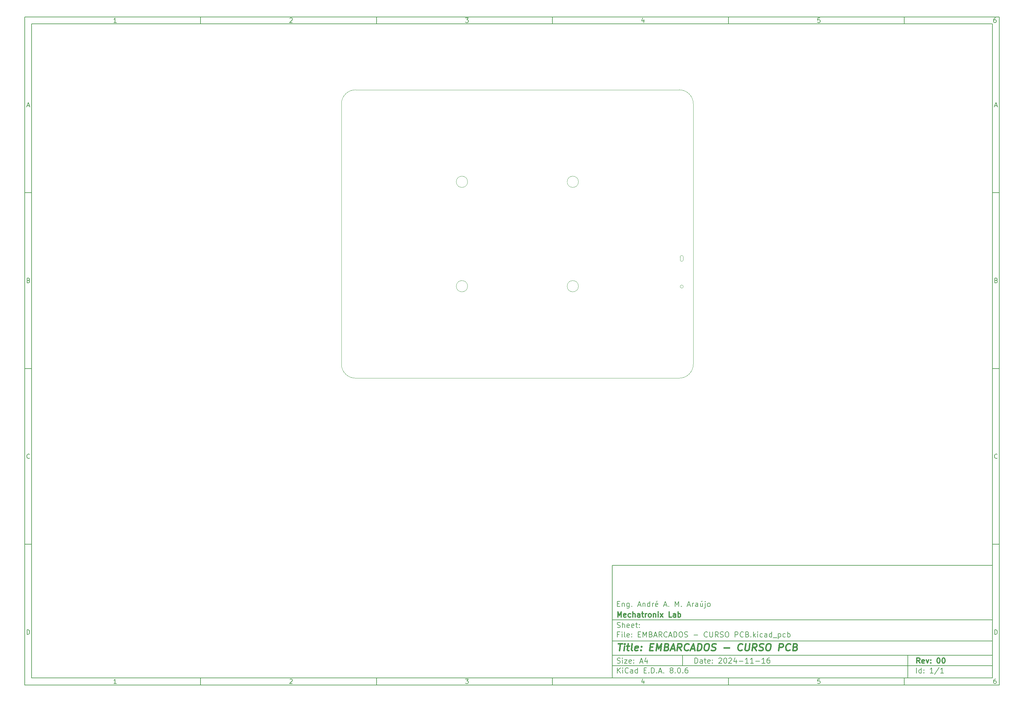
<source format=gbr>
%TF.GenerationSoftware,KiCad,Pcbnew,8.0.6*%
%TF.CreationDate,2024-11-24T17:50:58-03:00*%
%TF.ProjectId,EMBARCADOS - CURSO PCB,454d4241-5243-4414-944f-53202d204355,00*%
%TF.SameCoordinates,Original*%
%TF.FileFunction,Profile,NP*%
%FSLAX46Y46*%
G04 Gerber Fmt 4.6, Leading zero omitted, Abs format (unit mm)*
G04 Created by KiCad (PCBNEW 8.0.6) date 2024-11-24 17:50:58*
%MOMM*%
%LPD*%
G01*
G04 APERTURE LIST*
%ADD10C,0.100000*%
%ADD11C,0.150000*%
%ADD12C,0.300000*%
%ADD13C,0.400000*%
%TA.AperFunction,Profile*%
%ADD14C,0.050000*%
%TD*%
G04 APERTURE END LIST*
D10*
D11*
X177002200Y-166007200D02*
X285002200Y-166007200D01*
X285002200Y-198007200D01*
X177002200Y-198007200D01*
X177002200Y-166007200D01*
D10*
D11*
X10000000Y-10000000D02*
X287002200Y-10000000D01*
X287002200Y-200007200D01*
X10000000Y-200007200D01*
X10000000Y-10000000D01*
D10*
D11*
X12000000Y-12000000D02*
X285002200Y-12000000D01*
X285002200Y-198007200D01*
X12000000Y-198007200D01*
X12000000Y-12000000D01*
D10*
D11*
X60000000Y-12000000D02*
X60000000Y-10000000D01*
D10*
D11*
X110000000Y-12000000D02*
X110000000Y-10000000D01*
D10*
D11*
X160000000Y-12000000D02*
X160000000Y-10000000D01*
D10*
D11*
X210000000Y-12000000D02*
X210000000Y-10000000D01*
D10*
D11*
X260000000Y-12000000D02*
X260000000Y-10000000D01*
D10*
D11*
X36089160Y-11593604D02*
X35346303Y-11593604D01*
X35717731Y-11593604D02*
X35717731Y-10293604D01*
X35717731Y-10293604D02*
X35593922Y-10479319D01*
X35593922Y-10479319D02*
X35470112Y-10603128D01*
X35470112Y-10603128D02*
X35346303Y-10665033D01*
D10*
D11*
X85346303Y-10417414D02*
X85408207Y-10355509D01*
X85408207Y-10355509D02*
X85532017Y-10293604D01*
X85532017Y-10293604D02*
X85841541Y-10293604D01*
X85841541Y-10293604D02*
X85965350Y-10355509D01*
X85965350Y-10355509D02*
X86027255Y-10417414D01*
X86027255Y-10417414D02*
X86089160Y-10541223D01*
X86089160Y-10541223D02*
X86089160Y-10665033D01*
X86089160Y-10665033D02*
X86027255Y-10850747D01*
X86027255Y-10850747D02*
X85284398Y-11593604D01*
X85284398Y-11593604D02*
X86089160Y-11593604D01*
D10*
D11*
X135284398Y-10293604D02*
X136089160Y-10293604D01*
X136089160Y-10293604D02*
X135655826Y-10788842D01*
X135655826Y-10788842D02*
X135841541Y-10788842D01*
X135841541Y-10788842D02*
X135965350Y-10850747D01*
X135965350Y-10850747D02*
X136027255Y-10912652D01*
X136027255Y-10912652D02*
X136089160Y-11036461D01*
X136089160Y-11036461D02*
X136089160Y-11345985D01*
X136089160Y-11345985D02*
X136027255Y-11469795D01*
X136027255Y-11469795D02*
X135965350Y-11531700D01*
X135965350Y-11531700D02*
X135841541Y-11593604D01*
X135841541Y-11593604D02*
X135470112Y-11593604D01*
X135470112Y-11593604D02*
X135346303Y-11531700D01*
X135346303Y-11531700D02*
X135284398Y-11469795D01*
D10*
D11*
X185965350Y-10726938D02*
X185965350Y-11593604D01*
X185655826Y-10231700D02*
X185346303Y-11160271D01*
X185346303Y-11160271D02*
X186151064Y-11160271D01*
D10*
D11*
X236027255Y-10293604D02*
X235408207Y-10293604D01*
X235408207Y-10293604D02*
X235346303Y-10912652D01*
X235346303Y-10912652D02*
X235408207Y-10850747D01*
X235408207Y-10850747D02*
X235532017Y-10788842D01*
X235532017Y-10788842D02*
X235841541Y-10788842D01*
X235841541Y-10788842D02*
X235965350Y-10850747D01*
X235965350Y-10850747D02*
X236027255Y-10912652D01*
X236027255Y-10912652D02*
X236089160Y-11036461D01*
X236089160Y-11036461D02*
X236089160Y-11345985D01*
X236089160Y-11345985D02*
X236027255Y-11469795D01*
X236027255Y-11469795D02*
X235965350Y-11531700D01*
X235965350Y-11531700D02*
X235841541Y-11593604D01*
X235841541Y-11593604D02*
X235532017Y-11593604D01*
X235532017Y-11593604D02*
X235408207Y-11531700D01*
X235408207Y-11531700D02*
X235346303Y-11469795D01*
D10*
D11*
X285965350Y-10293604D02*
X285717731Y-10293604D01*
X285717731Y-10293604D02*
X285593922Y-10355509D01*
X285593922Y-10355509D02*
X285532017Y-10417414D01*
X285532017Y-10417414D02*
X285408207Y-10603128D01*
X285408207Y-10603128D02*
X285346303Y-10850747D01*
X285346303Y-10850747D02*
X285346303Y-11345985D01*
X285346303Y-11345985D02*
X285408207Y-11469795D01*
X285408207Y-11469795D02*
X285470112Y-11531700D01*
X285470112Y-11531700D02*
X285593922Y-11593604D01*
X285593922Y-11593604D02*
X285841541Y-11593604D01*
X285841541Y-11593604D02*
X285965350Y-11531700D01*
X285965350Y-11531700D02*
X286027255Y-11469795D01*
X286027255Y-11469795D02*
X286089160Y-11345985D01*
X286089160Y-11345985D02*
X286089160Y-11036461D01*
X286089160Y-11036461D02*
X286027255Y-10912652D01*
X286027255Y-10912652D02*
X285965350Y-10850747D01*
X285965350Y-10850747D02*
X285841541Y-10788842D01*
X285841541Y-10788842D02*
X285593922Y-10788842D01*
X285593922Y-10788842D02*
X285470112Y-10850747D01*
X285470112Y-10850747D02*
X285408207Y-10912652D01*
X285408207Y-10912652D02*
X285346303Y-11036461D01*
D10*
D11*
X60000000Y-198007200D02*
X60000000Y-200007200D01*
D10*
D11*
X110000000Y-198007200D02*
X110000000Y-200007200D01*
D10*
D11*
X160000000Y-198007200D02*
X160000000Y-200007200D01*
D10*
D11*
X210000000Y-198007200D02*
X210000000Y-200007200D01*
D10*
D11*
X260000000Y-198007200D02*
X260000000Y-200007200D01*
D10*
D11*
X36089160Y-199600804D02*
X35346303Y-199600804D01*
X35717731Y-199600804D02*
X35717731Y-198300804D01*
X35717731Y-198300804D02*
X35593922Y-198486519D01*
X35593922Y-198486519D02*
X35470112Y-198610328D01*
X35470112Y-198610328D02*
X35346303Y-198672233D01*
D10*
D11*
X85346303Y-198424614D02*
X85408207Y-198362709D01*
X85408207Y-198362709D02*
X85532017Y-198300804D01*
X85532017Y-198300804D02*
X85841541Y-198300804D01*
X85841541Y-198300804D02*
X85965350Y-198362709D01*
X85965350Y-198362709D02*
X86027255Y-198424614D01*
X86027255Y-198424614D02*
X86089160Y-198548423D01*
X86089160Y-198548423D02*
X86089160Y-198672233D01*
X86089160Y-198672233D02*
X86027255Y-198857947D01*
X86027255Y-198857947D02*
X85284398Y-199600804D01*
X85284398Y-199600804D02*
X86089160Y-199600804D01*
D10*
D11*
X135284398Y-198300804D02*
X136089160Y-198300804D01*
X136089160Y-198300804D02*
X135655826Y-198796042D01*
X135655826Y-198796042D02*
X135841541Y-198796042D01*
X135841541Y-198796042D02*
X135965350Y-198857947D01*
X135965350Y-198857947D02*
X136027255Y-198919852D01*
X136027255Y-198919852D02*
X136089160Y-199043661D01*
X136089160Y-199043661D02*
X136089160Y-199353185D01*
X136089160Y-199353185D02*
X136027255Y-199476995D01*
X136027255Y-199476995D02*
X135965350Y-199538900D01*
X135965350Y-199538900D02*
X135841541Y-199600804D01*
X135841541Y-199600804D02*
X135470112Y-199600804D01*
X135470112Y-199600804D02*
X135346303Y-199538900D01*
X135346303Y-199538900D02*
X135284398Y-199476995D01*
D10*
D11*
X185965350Y-198734138D02*
X185965350Y-199600804D01*
X185655826Y-198238900D02*
X185346303Y-199167471D01*
X185346303Y-199167471D02*
X186151064Y-199167471D01*
D10*
D11*
X236027255Y-198300804D02*
X235408207Y-198300804D01*
X235408207Y-198300804D02*
X235346303Y-198919852D01*
X235346303Y-198919852D02*
X235408207Y-198857947D01*
X235408207Y-198857947D02*
X235532017Y-198796042D01*
X235532017Y-198796042D02*
X235841541Y-198796042D01*
X235841541Y-198796042D02*
X235965350Y-198857947D01*
X235965350Y-198857947D02*
X236027255Y-198919852D01*
X236027255Y-198919852D02*
X236089160Y-199043661D01*
X236089160Y-199043661D02*
X236089160Y-199353185D01*
X236089160Y-199353185D02*
X236027255Y-199476995D01*
X236027255Y-199476995D02*
X235965350Y-199538900D01*
X235965350Y-199538900D02*
X235841541Y-199600804D01*
X235841541Y-199600804D02*
X235532017Y-199600804D01*
X235532017Y-199600804D02*
X235408207Y-199538900D01*
X235408207Y-199538900D02*
X235346303Y-199476995D01*
D10*
D11*
X285965350Y-198300804D02*
X285717731Y-198300804D01*
X285717731Y-198300804D02*
X285593922Y-198362709D01*
X285593922Y-198362709D02*
X285532017Y-198424614D01*
X285532017Y-198424614D02*
X285408207Y-198610328D01*
X285408207Y-198610328D02*
X285346303Y-198857947D01*
X285346303Y-198857947D02*
X285346303Y-199353185D01*
X285346303Y-199353185D02*
X285408207Y-199476995D01*
X285408207Y-199476995D02*
X285470112Y-199538900D01*
X285470112Y-199538900D02*
X285593922Y-199600804D01*
X285593922Y-199600804D02*
X285841541Y-199600804D01*
X285841541Y-199600804D02*
X285965350Y-199538900D01*
X285965350Y-199538900D02*
X286027255Y-199476995D01*
X286027255Y-199476995D02*
X286089160Y-199353185D01*
X286089160Y-199353185D02*
X286089160Y-199043661D01*
X286089160Y-199043661D02*
X286027255Y-198919852D01*
X286027255Y-198919852D02*
X285965350Y-198857947D01*
X285965350Y-198857947D02*
X285841541Y-198796042D01*
X285841541Y-198796042D02*
X285593922Y-198796042D01*
X285593922Y-198796042D02*
X285470112Y-198857947D01*
X285470112Y-198857947D02*
X285408207Y-198919852D01*
X285408207Y-198919852D02*
X285346303Y-199043661D01*
D10*
D11*
X10000000Y-60000000D02*
X12000000Y-60000000D01*
D10*
D11*
X10000000Y-110000000D02*
X12000000Y-110000000D01*
D10*
D11*
X10000000Y-160000000D02*
X12000000Y-160000000D01*
D10*
D11*
X10690476Y-35222176D02*
X11309523Y-35222176D01*
X10566666Y-35593604D02*
X10999999Y-34293604D01*
X10999999Y-34293604D02*
X11433333Y-35593604D01*
D10*
D11*
X11092857Y-84912652D02*
X11278571Y-84974557D01*
X11278571Y-84974557D02*
X11340476Y-85036461D01*
X11340476Y-85036461D02*
X11402380Y-85160271D01*
X11402380Y-85160271D02*
X11402380Y-85345985D01*
X11402380Y-85345985D02*
X11340476Y-85469795D01*
X11340476Y-85469795D02*
X11278571Y-85531700D01*
X11278571Y-85531700D02*
X11154761Y-85593604D01*
X11154761Y-85593604D02*
X10659523Y-85593604D01*
X10659523Y-85593604D02*
X10659523Y-84293604D01*
X10659523Y-84293604D02*
X11092857Y-84293604D01*
X11092857Y-84293604D02*
X11216666Y-84355509D01*
X11216666Y-84355509D02*
X11278571Y-84417414D01*
X11278571Y-84417414D02*
X11340476Y-84541223D01*
X11340476Y-84541223D02*
X11340476Y-84665033D01*
X11340476Y-84665033D02*
X11278571Y-84788842D01*
X11278571Y-84788842D02*
X11216666Y-84850747D01*
X11216666Y-84850747D02*
X11092857Y-84912652D01*
X11092857Y-84912652D02*
X10659523Y-84912652D01*
D10*
D11*
X11402380Y-135469795D02*
X11340476Y-135531700D01*
X11340476Y-135531700D02*
X11154761Y-135593604D01*
X11154761Y-135593604D02*
X11030952Y-135593604D01*
X11030952Y-135593604D02*
X10845238Y-135531700D01*
X10845238Y-135531700D02*
X10721428Y-135407890D01*
X10721428Y-135407890D02*
X10659523Y-135284080D01*
X10659523Y-135284080D02*
X10597619Y-135036461D01*
X10597619Y-135036461D02*
X10597619Y-134850747D01*
X10597619Y-134850747D02*
X10659523Y-134603128D01*
X10659523Y-134603128D02*
X10721428Y-134479319D01*
X10721428Y-134479319D02*
X10845238Y-134355509D01*
X10845238Y-134355509D02*
X11030952Y-134293604D01*
X11030952Y-134293604D02*
X11154761Y-134293604D01*
X11154761Y-134293604D02*
X11340476Y-134355509D01*
X11340476Y-134355509D02*
X11402380Y-134417414D01*
D10*
D11*
X10659523Y-185593604D02*
X10659523Y-184293604D01*
X10659523Y-184293604D02*
X10969047Y-184293604D01*
X10969047Y-184293604D02*
X11154761Y-184355509D01*
X11154761Y-184355509D02*
X11278571Y-184479319D01*
X11278571Y-184479319D02*
X11340476Y-184603128D01*
X11340476Y-184603128D02*
X11402380Y-184850747D01*
X11402380Y-184850747D02*
X11402380Y-185036461D01*
X11402380Y-185036461D02*
X11340476Y-185284080D01*
X11340476Y-185284080D02*
X11278571Y-185407890D01*
X11278571Y-185407890D02*
X11154761Y-185531700D01*
X11154761Y-185531700D02*
X10969047Y-185593604D01*
X10969047Y-185593604D02*
X10659523Y-185593604D01*
D10*
D11*
X287002200Y-60000000D02*
X285002200Y-60000000D01*
D10*
D11*
X287002200Y-110000000D02*
X285002200Y-110000000D01*
D10*
D11*
X287002200Y-160000000D02*
X285002200Y-160000000D01*
D10*
D11*
X285692676Y-35222176D02*
X286311723Y-35222176D01*
X285568866Y-35593604D02*
X286002199Y-34293604D01*
X286002199Y-34293604D02*
X286435533Y-35593604D01*
D10*
D11*
X286095057Y-84912652D02*
X286280771Y-84974557D01*
X286280771Y-84974557D02*
X286342676Y-85036461D01*
X286342676Y-85036461D02*
X286404580Y-85160271D01*
X286404580Y-85160271D02*
X286404580Y-85345985D01*
X286404580Y-85345985D02*
X286342676Y-85469795D01*
X286342676Y-85469795D02*
X286280771Y-85531700D01*
X286280771Y-85531700D02*
X286156961Y-85593604D01*
X286156961Y-85593604D02*
X285661723Y-85593604D01*
X285661723Y-85593604D02*
X285661723Y-84293604D01*
X285661723Y-84293604D02*
X286095057Y-84293604D01*
X286095057Y-84293604D02*
X286218866Y-84355509D01*
X286218866Y-84355509D02*
X286280771Y-84417414D01*
X286280771Y-84417414D02*
X286342676Y-84541223D01*
X286342676Y-84541223D02*
X286342676Y-84665033D01*
X286342676Y-84665033D02*
X286280771Y-84788842D01*
X286280771Y-84788842D02*
X286218866Y-84850747D01*
X286218866Y-84850747D02*
X286095057Y-84912652D01*
X286095057Y-84912652D02*
X285661723Y-84912652D01*
D10*
D11*
X286404580Y-135469795D02*
X286342676Y-135531700D01*
X286342676Y-135531700D02*
X286156961Y-135593604D01*
X286156961Y-135593604D02*
X286033152Y-135593604D01*
X286033152Y-135593604D02*
X285847438Y-135531700D01*
X285847438Y-135531700D02*
X285723628Y-135407890D01*
X285723628Y-135407890D02*
X285661723Y-135284080D01*
X285661723Y-135284080D02*
X285599819Y-135036461D01*
X285599819Y-135036461D02*
X285599819Y-134850747D01*
X285599819Y-134850747D02*
X285661723Y-134603128D01*
X285661723Y-134603128D02*
X285723628Y-134479319D01*
X285723628Y-134479319D02*
X285847438Y-134355509D01*
X285847438Y-134355509D02*
X286033152Y-134293604D01*
X286033152Y-134293604D02*
X286156961Y-134293604D01*
X286156961Y-134293604D02*
X286342676Y-134355509D01*
X286342676Y-134355509D02*
X286404580Y-134417414D01*
D10*
D11*
X285661723Y-185593604D02*
X285661723Y-184293604D01*
X285661723Y-184293604D02*
X285971247Y-184293604D01*
X285971247Y-184293604D02*
X286156961Y-184355509D01*
X286156961Y-184355509D02*
X286280771Y-184479319D01*
X286280771Y-184479319D02*
X286342676Y-184603128D01*
X286342676Y-184603128D02*
X286404580Y-184850747D01*
X286404580Y-184850747D02*
X286404580Y-185036461D01*
X286404580Y-185036461D02*
X286342676Y-185284080D01*
X286342676Y-185284080D02*
X286280771Y-185407890D01*
X286280771Y-185407890D02*
X286156961Y-185531700D01*
X286156961Y-185531700D02*
X285971247Y-185593604D01*
X285971247Y-185593604D02*
X285661723Y-185593604D01*
D10*
D11*
X200458026Y-193793328D02*
X200458026Y-192293328D01*
X200458026Y-192293328D02*
X200815169Y-192293328D01*
X200815169Y-192293328D02*
X201029455Y-192364757D01*
X201029455Y-192364757D02*
X201172312Y-192507614D01*
X201172312Y-192507614D02*
X201243741Y-192650471D01*
X201243741Y-192650471D02*
X201315169Y-192936185D01*
X201315169Y-192936185D02*
X201315169Y-193150471D01*
X201315169Y-193150471D02*
X201243741Y-193436185D01*
X201243741Y-193436185D02*
X201172312Y-193579042D01*
X201172312Y-193579042D02*
X201029455Y-193721900D01*
X201029455Y-193721900D02*
X200815169Y-193793328D01*
X200815169Y-193793328D02*
X200458026Y-193793328D01*
X202600884Y-193793328D02*
X202600884Y-193007614D01*
X202600884Y-193007614D02*
X202529455Y-192864757D01*
X202529455Y-192864757D02*
X202386598Y-192793328D01*
X202386598Y-192793328D02*
X202100884Y-192793328D01*
X202100884Y-192793328D02*
X201958026Y-192864757D01*
X202600884Y-193721900D02*
X202458026Y-193793328D01*
X202458026Y-193793328D02*
X202100884Y-193793328D01*
X202100884Y-193793328D02*
X201958026Y-193721900D01*
X201958026Y-193721900D02*
X201886598Y-193579042D01*
X201886598Y-193579042D02*
X201886598Y-193436185D01*
X201886598Y-193436185D02*
X201958026Y-193293328D01*
X201958026Y-193293328D02*
X202100884Y-193221900D01*
X202100884Y-193221900D02*
X202458026Y-193221900D01*
X202458026Y-193221900D02*
X202600884Y-193150471D01*
X203100884Y-192793328D02*
X203672312Y-192793328D01*
X203315169Y-192293328D02*
X203315169Y-193579042D01*
X203315169Y-193579042D02*
X203386598Y-193721900D01*
X203386598Y-193721900D02*
X203529455Y-193793328D01*
X203529455Y-193793328D02*
X203672312Y-193793328D01*
X204743741Y-193721900D02*
X204600884Y-193793328D01*
X204600884Y-193793328D02*
X204315170Y-193793328D01*
X204315170Y-193793328D02*
X204172312Y-193721900D01*
X204172312Y-193721900D02*
X204100884Y-193579042D01*
X204100884Y-193579042D02*
X204100884Y-193007614D01*
X204100884Y-193007614D02*
X204172312Y-192864757D01*
X204172312Y-192864757D02*
X204315170Y-192793328D01*
X204315170Y-192793328D02*
X204600884Y-192793328D01*
X204600884Y-192793328D02*
X204743741Y-192864757D01*
X204743741Y-192864757D02*
X204815170Y-193007614D01*
X204815170Y-193007614D02*
X204815170Y-193150471D01*
X204815170Y-193150471D02*
X204100884Y-193293328D01*
X205458026Y-193650471D02*
X205529455Y-193721900D01*
X205529455Y-193721900D02*
X205458026Y-193793328D01*
X205458026Y-193793328D02*
X205386598Y-193721900D01*
X205386598Y-193721900D02*
X205458026Y-193650471D01*
X205458026Y-193650471D02*
X205458026Y-193793328D01*
X205458026Y-192864757D02*
X205529455Y-192936185D01*
X205529455Y-192936185D02*
X205458026Y-193007614D01*
X205458026Y-193007614D02*
X205386598Y-192936185D01*
X205386598Y-192936185D02*
X205458026Y-192864757D01*
X205458026Y-192864757D02*
X205458026Y-193007614D01*
X207243741Y-192436185D02*
X207315169Y-192364757D01*
X207315169Y-192364757D02*
X207458027Y-192293328D01*
X207458027Y-192293328D02*
X207815169Y-192293328D01*
X207815169Y-192293328D02*
X207958027Y-192364757D01*
X207958027Y-192364757D02*
X208029455Y-192436185D01*
X208029455Y-192436185D02*
X208100884Y-192579042D01*
X208100884Y-192579042D02*
X208100884Y-192721900D01*
X208100884Y-192721900D02*
X208029455Y-192936185D01*
X208029455Y-192936185D02*
X207172312Y-193793328D01*
X207172312Y-193793328D02*
X208100884Y-193793328D01*
X209029455Y-192293328D02*
X209172312Y-192293328D01*
X209172312Y-192293328D02*
X209315169Y-192364757D01*
X209315169Y-192364757D02*
X209386598Y-192436185D01*
X209386598Y-192436185D02*
X209458026Y-192579042D01*
X209458026Y-192579042D02*
X209529455Y-192864757D01*
X209529455Y-192864757D02*
X209529455Y-193221900D01*
X209529455Y-193221900D02*
X209458026Y-193507614D01*
X209458026Y-193507614D02*
X209386598Y-193650471D01*
X209386598Y-193650471D02*
X209315169Y-193721900D01*
X209315169Y-193721900D02*
X209172312Y-193793328D01*
X209172312Y-193793328D02*
X209029455Y-193793328D01*
X209029455Y-193793328D02*
X208886598Y-193721900D01*
X208886598Y-193721900D02*
X208815169Y-193650471D01*
X208815169Y-193650471D02*
X208743740Y-193507614D01*
X208743740Y-193507614D02*
X208672312Y-193221900D01*
X208672312Y-193221900D02*
X208672312Y-192864757D01*
X208672312Y-192864757D02*
X208743740Y-192579042D01*
X208743740Y-192579042D02*
X208815169Y-192436185D01*
X208815169Y-192436185D02*
X208886598Y-192364757D01*
X208886598Y-192364757D02*
X209029455Y-192293328D01*
X210100883Y-192436185D02*
X210172311Y-192364757D01*
X210172311Y-192364757D02*
X210315169Y-192293328D01*
X210315169Y-192293328D02*
X210672311Y-192293328D01*
X210672311Y-192293328D02*
X210815169Y-192364757D01*
X210815169Y-192364757D02*
X210886597Y-192436185D01*
X210886597Y-192436185D02*
X210958026Y-192579042D01*
X210958026Y-192579042D02*
X210958026Y-192721900D01*
X210958026Y-192721900D02*
X210886597Y-192936185D01*
X210886597Y-192936185D02*
X210029454Y-193793328D01*
X210029454Y-193793328D02*
X210958026Y-193793328D01*
X212243740Y-192793328D02*
X212243740Y-193793328D01*
X211886597Y-192221900D02*
X211529454Y-193293328D01*
X211529454Y-193293328D02*
X212458025Y-193293328D01*
X213029453Y-193221900D02*
X214172311Y-193221900D01*
X215672311Y-193793328D02*
X214815168Y-193793328D01*
X215243739Y-193793328D02*
X215243739Y-192293328D01*
X215243739Y-192293328D02*
X215100882Y-192507614D01*
X215100882Y-192507614D02*
X214958025Y-192650471D01*
X214958025Y-192650471D02*
X214815168Y-192721900D01*
X217100882Y-193793328D02*
X216243739Y-193793328D01*
X216672310Y-193793328D02*
X216672310Y-192293328D01*
X216672310Y-192293328D02*
X216529453Y-192507614D01*
X216529453Y-192507614D02*
X216386596Y-192650471D01*
X216386596Y-192650471D02*
X216243739Y-192721900D01*
X217743738Y-193221900D02*
X218886596Y-193221900D01*
X220386596Y-193793328D02*
X219529453Y-193793328D01*
X219958024Y-193793328D02*
X219958024Y-192293328D01*
X219958024Y-192293328D02*
X219815167Y-192507614D01*
X219815167Y-192507614D02*
X219672310Y-192650471D01*
X219672310Y-192650471D02*
X219529453Y-192721900D01*
X221672310Y-192293328D02*
X221386595Y-192293328D01*
X221386595Y-192293328D02*
X221243738Y-192364757D01*
X221243738Y-192364757D02*
X221172310Y-192436185D01*
X221172310Y-192436185D02*
X221029452Y-192650471D01*
X221029452Y-192650471D02*
X220958024Y-192936185D01*
X220958024Y-192936185D02*
X220958024Y-193507614D01*
X220958024Y-193507614D02*
X221029452Y-193650471D01*
X221029452Y-193650471D02*
X221100881Y-193721900D01*
X221100881Y-193721900D02*
X221243738Y-193793328D01*
X221243738Y-193793328D02*
X221529452Y-193793328D01*
X221529452Y-193793328D02*
X221672310Y-193721900D01*
X221672310Y-193721900D02*
X221743738Y-193650471D01*
X221743738Y-193650471D02*
X221815167Y-193507614D01*
X221815167Y-193507614D02*
X221815167Y-193150471D01*
X221815167Y-193150471D02*
X221743738Y-193007614D01*
X221743738Y-193007614D02*
X221672310Y-192936185D01*
X221672310Y-192936185D02*
X221529452Y-192864757D01*
X221529452Y-192864757D02*
X221243738Y-192864757D01*
X221243738Y-192864757D02*
X221100881Y-192936185D01*
X221100881Y-192936185D02*
X221029452Y-193007614D01*
X221029452Y-193007614D02*
X220958024Y-193150471D01*
D10*
D11*
X177002200Y-194507200D02*
X285002200Y-194507200D01*
D10*
D11*
X178458026Y-196593328D02*
X178458026Y-195093328D01*
X179315169Y-196593328D02*
X178672312Y-195736185D01*
X179315169Y-195093328D02*
X178458026Y-195950471D01*
X179958026Y-196593328D02*
X179958026Y-195593328D01*
X179958026Y-195093328D02*
X179886598Y-195164757D01*
X179886598Y-195164757D02*
X179958026Y-195236185D01*
X179958026Y-195236185D02*
X180029455Y-195164757D01*
X180029455Y-195164757D02*
X179958026Y-195093328D01*
X179958026Y-195093328D02*
X179958026Y-195236185D01*
X181529455Y-196450471D02*
X181458027Y-196521900D01*
X181458027Y-196521900D02*
X181243741Y-196593328D01*
X181243741Y-196593328D02*
X181100884Y-196593328D01*
X181100884Y-196593328D02*
X180886598Y-196521900D01*
X180886598Y-196521900D02*
X180743741Y-196379042D01*
X180743741Y-196379042D02*
X180672312Y-196236185D01*
X180672312Y-196236185D02*
X180600884Y-195950471D01*
X180600884Y-195950471D02*
X180600884Y-195736185D01*
X180600884Y-195736185D02*
X180672312Y-195450471D01*
X180672312Y-195450471D02*
X180743741Y-195307614D01*
X180743741Y-195307614D02*
X180886598Y-195164757D01*
X180886598Y-195164757D02*
X181100884Y-195093328D01*
X181100884Y-195093328D02*
X181243741Y-195093328D01*
X181243741Y-195093328D02*
X181458027Y-195164757D01*
X181458027Y-195164757D02*
X181529455Y-195236185D01*
X182815170Y-196593328D02*
X182815170Y-195807614D01*
X182815170Y-195807614D02*
X182743741Y-195664757D01*
X182743741Y-195664757D02*
X182600884Y-195593328D01*
X182600884Y-195593328D02*
X182315170Y-195593328D01*
X182315170Y-195593328D02*
X182172312Y-195664757D01*
X182815170Y-196521900D02*
X182672312Y-196593328D01*
X182672312Y-196593328D02*
X182315170Y-196593328D01*
X182315170Y-196593328D02*
X182172312Y-196521900D01*
X182172312Y-196521900D02*
X182100884Y-196379042D01*
X182100884Y-196379042D02*
X182100884Y-196236185D01*
X182100884Y-196236185D02*
X182172312Y-196093328D01*
X182172312Y-196093328D02*
X182315170Y-196021900D01*
X182315170Y-196021900D02*
X182672312Y-196021900D01*
X182672312Y-196021900D02*
X182815170Y-195950471D01*
X184172313Y-196593328D02*
X184172313Y-195093328D01*
X184172313Y-196521900D02*
X184029455Y-196593328D01*
X184029455Y-196593328D02*
X183743741Y-196593328D01*
X183743741Y-196593328D02*
X183600884Y-196521900D01*
X183600884Y-196521900D02*
X183529455Y-196450471D01*
X183529455Y-196450471D02*
X183458027Y-196307614D01*
X183458027Y-196307614D02*
X183458027Y-195879042D01*
X183458027Y-195879042D02*
X183529455Y-195736185D01*
X183529455Y-195736185D02*
X183600884Y-195664757D01*
X183600884Y-195664757D02*
X183743741Y-195593328D01*
X183743741Y-195593328D02*
X184029455Y-195593328D01*
X184029455Y-195593328D02*
X184172313Y-195664757D01*
X186029455Y-195807614D02*
X186529455Y-195807614D01*
X186743741Y-196593328D02*
X186029455Y-196593328D01*
X186029455Y-196593328D02*
X186029455Y-195093328D01*
X186029455Y-195093328D02*
X186743741Y-195093328D01*
X187386598Y-196450471D02*
X187458027Y-196521900D01*
X187458027Y-196521900D02*
X187386598Y-196593328D01*
X187386598Y-196593328D02*
X187315170Y-196521900D01*
X187315170Y-196521900D02*
X187386598Y-196450471D01*
X187386598Y-196450471D02*
X187386598Y-196593328D01*
X188100884Y-196593328D02*
X188100884Y-195093328D01*
X188100884Y-195093328D02*
X188458027Y-195093328D01*
X188458027Y-195093328D02*
X188672313Y-195164757D01*
X188672313Y-195164757D02*
X188815170Y-195307614D01*
X188815170Y-195307614D02*
X188886599Y-195450471D01*
X188886599Y-195450471D02*
X188958027Y-195736185D01*
X188958027Y-195736185D02*
X188958027Y-195950471D01*
X188958027Y-195950471D02*
X188886599Y-196236185D01*
X188886599Y-196236185D02*
X188815170Y-196379042D01*
X188815170Y-196379042D02*
X188672313Y-196521900D01*
X188672313Y-196521900D02*
X188458027Y-196593328D01*
X188458027Y-196593328D02*
X188100884Y-196593328D01*
X189600884Y-196450471D02*
X189672313Y-196521900D01*
X189672313Y-196521900D02*
X189600884Y-196593328D01*
X189600884Y-196593328D02*
X189529456Y-196521900D01*
X189529456Y-196521900D02*
X189600884Y-196450471D01*
X189600884Y-196450471D02*
X189600884Y-196593328D01*
X190243742Y-196164757D02*
X190958028Y-196164757D01*
X190100885Y-196593328D02*
X190600885Y-195093328D01*
X190600885Y-195093328D02*
X191100885Y-196593328D01*
X191600884Y-196450471D02*
X191672313Y-196521900D01*
X191672313Y-196521900D02*
X191600884Y-196593328D01*
X191600884Y-196593328D02*
X191529456Y-196521900D01*
X191529456Y-196521900D02*
X191600884Y-196450471D01*
X191600884Y-196450471D02*
X191600884Y-196593328D01*
X193672313Y-195736185D02*
X193529456Y-195664757D01*
X193529456Y-195664757D02*
X193458027Y-195593328D01*
X193458027Y-195593328D02*
X193386599Y-195450471D01*
X193386599Y-195450471D02*
X193386599Y-195379042D01*
X193386599Y-195379042D02*
X193458027Y-195236185D01*
X193458027Y-195236185D02*
X193529456Y-195164757D01*
X193529456Y-195164757D02*
X193672313Y-195093328D01*
X193672313Y-195093328D02*
X193958027Y-195093328D01*
X193958027Y-195093328D02*
X194100885Y-195164757D01*
X194100885Y-195164757D02*
X194172313Y-195236185D01*
X194172313Y-195236185D02*
X194243742Y-195379042D01*
X194243742Y-195379042D02*
X194243742Y-195450471D01*
X194243742Y-195450471D02*
X194172313Y-195593328D01*
X194172313Y-195593328D02*
X194100885Y-195664757D01*
X194100885Y-195664757D02*
X193958027Y-195736185D01*
X193958027Y-195736185D02*
X193672313Y-195736185D01*
X193672313Y-195736185D02*
X193529456Y-195807614D01*
X193529456Y-195807614D02*
X193458027Y-195879042D01*
X193458027Y-195879042D02*
X193386599Y-196021900D01*
X193386599Y-196021900D02*
X193386599Y-196307614D01*
X193386599Y-196307614D02*
X193458027Y-196450471D01*
X193458027Y-196450471D02*
X193529456Y-196521900D01*
X193529456Y-196521900D02*
X193672313Y-196593328D01*
X193672313Y-196593328D02*
X193958027Y-196593328D01*
X193958027Y-196593328D02*
X194100885Y-196521900D01*
X194100885Y-196521900D02*
X194172313Y-196450471D01*
X194172313Y-196450471D02*
X194243742Y-196307614D01*
X194243742Y-196307614D02*
X194243742Y-196021900D01*
X194243742Y-196021900D02*
X194172313Y-195879042D01*
X194172313Y-195879042D02*
X194100885Y-195807614D01*
X194100885Y-195807614D02*
X193958027Y-195736185D01*
X194886598Y-196450471D02*
X194958027Y-196521900D01*
X194958027Y-196521900D02*
X194886598Y-196593328D01*
X194886598Y-196593328D02*
X194815170Y-196521900D01*
X194815170Y-196521900D02*
X194886598Y-196450471D01*
X194886598Y-196450471D02*
X194886598Y-196593328D01*
X195886599Y-195093328D02*
X196029456Y-195093328D01*
X196029456Y-195093328D02*
X196172313Y-195164757D01*
X196172313Y-195164757D02*
X196243742Y-195236185D01*
X196243742Y-195236185D02*
X196315170Y-195379042D01*
X196315170Y-195379042D02*
X196386599Y-195664757D01*
X196386599Y-195664757D02*
X196386599Y-196021900D01*
X196386599Y-196021900D02*
X196315170Y-196307614D01*
X196315170Y-196307614D02*
X196243742Y-196450471D01*
X196243742Y-196450471D02*
X196172313Y-196521900D01*
X196172313Y-196521900D02*
X196029456Y-196593328D01*
X196029456Y-196593328D02*
X195886599Y-196593328D01*
X195886599Y-196593328D02*
X195743742Y-196521900D01*
X195743742Y-196521900D02*
X195672313Y-196450471D01*
X195672313Y-196450471D02*
X195600884Y-196307614D01*
X195600884Y-196307614D02*
X195529456Y-196021900D01*
X195529456Y-196021900D02*
X195529456Y-195664757D01*
X195529456Y-195664757D02*
X195600884Y-195379042D01*
X195600884Y-195379042D02*
X195672313Y-195236185D01*
X195672313Y-195236185D02*
X195743742Y-195164757D01*
X195743742Y-195164757D02*
X195886599Y-195093328D01*
X197029455Y-196450471D02*
X197100884Y-196521900D01*
X197100884Y-196521900D02*
X197029455Y-196593328D01*
X197029455Y-196593328D02*
X196958027Y-196521900D01*
X196958027Y-196521900D02*
X197029455Y-196450471D01*
X197029455Y-196450471D02*
X197029455Y-196593328D01*
X198386599Y-195093328D02*
X198100884Y-195093328D01*
X198100884Y-195093328D02*
X197958027Y-195164757D01*
X197958027Y-195164757D02*
X197886599Y-195236185D01*
X197886599Y-195236185D02*
X197743741Y-195450471D01*
X197743741Y-195450471D02*
X197672313Y-195736185D01*
X197672313Y-195736185D02*
X197672313Y-196307614D01*
X197672313Y-196307614D02*
X197743741Y-196450471D01*
X197743741Y-196450471D02*
X197815170Y-196521900D01*
X197815170Y-196521900D02*
X197958027Y-196593328D01*
X197958027Y-196593328D02*
X198243741Y-196593328D01*
X198243741Y-196593328D02*
X198386599Y-196521900D01*
X198386599Y-196521900D02*
X198458027Y-196450471D01*
X198458027Y-196450471D02*
X198529456Y-196307614D01*
X198529456Y-196307614D02*
X198529456Y-195950471D01*
X198529456Y-195950471D02*
X198458027Y-195807614D01*
X198458027Y-195807614D02*
X198386599Y-195736185D01*
X198386599Y-195736185D02*
X198243741Y-195664757D01*
X198243741Y-195664757D02*
X197958027Y-195664757D01*
X197958027Y-195664757D02*
X197815170Y-195736185D01*
X197815170Y-195736185D02*
X197743741Y-195807614D01*
X197743741Y-195807614D02*
X197672313Y-195950471D01*
D10*
D11*
X177002200Y-191507200D02*
X285002200Y-191507200D01*
D10*
D12*
X264413853Y-193785528D02*
X263913853Y-193071242D01*
X263556710Y-193785528D02*
X263556710Y-192285528D01*
X263556710Y-192285528D02*
X264128139Y-192285528D01*
X264128139Y-192285528D02*
X264270996Y-192356957D01*
X264270996Y-192356957D02*
X264342425Y-192428385D01*
X264342425Y-192428385D02*
X264413853Y-192571242D01*
X264413853Y-192571242D02*
X264413853Y-192785528D01*
X264413853Y-192785528D02*
X264342425Y-192928385D01*
X264342425Y-192928385D02*
X264270996Y-192999814D01*
X264270996Y-192999814D02*
X264128139Y-193071242D01*
X264128139Y-193071242D02*
X263556710Y-193071242D01*
X265628139Y-193714100D02*
X265485282Y-193785528D01*
X265485282Y-193785528D02*
X265199568Y-193785528D01*
X265199568Y-193785528D02*
X265056710Y-193714100D01*
X265056710Y-193714100D02*
X264985282Y-193571242D01*
X264985282Y-193571242D02*
X264985282Y-192999814D01*
X264985282Y-192999814D02*
X265056710Y-192856957D01*
X265056710Y-192856957D02*
X265199568Y-192785528D01*
X265199568Y-192785528D02*
X265485282Y-192785528D01*
X265485282Y-192785528D02*
X265628139Y-192856957D01*
X265628139Y-192856957D02*
X265699568Y-192999814D01*
X265699568Y-192999814D02*
X265699568Y-193142671D01*
X265699568Y-193142671D02*
X264985282Y-193285528D01*
X266199567Y-192785528D02*
X266556710Y-193785528D01*
X266556710Y-193785528D02*
X266913853Y-192785528D01*
X267485281Y-193642671D02*
X267556710Y-193714100D01*
X267556710Y-193714100D02*
X267485281Y-193785528D01*
X267485281Y-193785528D02*
X267413853Y-193714100D01*
X267413853Y-193714100D02*
X267485281Y-193642671D01*
X267485281Y-193642671D02*
X267485281Y-193785528D01*
X267485281Y-192856957D02*
X267556710Y-192928385D01*
X267556710Y-192928385D02*
X267485281Y-192999814D01*
X267485281Y-192999814D02*
X267413853Y-192928385D01*
X267413853Y-192928385D02*
X267485281Y-192856957D01*
X267485281Y-192856957D02*
X267485281Y-192999814D01*
X269628139Y-192285528D02*
X269770996Y-192285528D01*
X269770996Y-192285528D02*
X269913853Y-192356957D01*
X269913853Y-192356957D02*
X269985282Y-192428385D01*
X269985282Y-192428385D02*
X270056710Y-192571242D01*
X270056710Y-192571242D02*
X270128139Y-192856957D01*
X270128139Y-192856957D02*
X270128139Y-193214100D01*
X270128139Y-193214100D02*
X270056710Y-193499814D01*
X270056710Y-193499814D02*
X269985282Y-193642671D01*
X269985282Y-193642671D02*
X269913853Y-193714100D01*
X269913853Y-193714100D02*
X269770996Y-193785528D01*
X269770996Y-193785528D02*
X269628139Y-193785528D01*
X269628139Y-193785528D02*
X269485282Y-193714100D01*
X269485282Y-193714100D02*
X269413853Y-193642671D01*
X269413853Y-193642671D02*
X269342424Y-193499814D01*
X269342424Y-193499814D02*
X269270996Y-193214100D01*
X269270996Y-193214100D02*
X269270996Y-192856957D01*
X269270996Y-192856957D02*
X269342424Y-192571242D01*
X269342424Y-192571242D02*
X269413853Y-192428385D01*
X269413853Y-192428385D02*
X269485282Y-192356957D01*
X269485282Y-192356957D02*
X269628139Y-192285528D01*
X271056710Y-192285528D02*
X271199567Y-192285528D01*
X271199567Y-192285528D02*
X271342424Y-192356957D01*
X271342424Y-192356957D02*
X271413853Y-192428385D01*
X271413853Y-192428385D02*
X271485281Y-192571242D01*
X271485281Y-192571242D02*
X271556710Y-192856957D01*
X271556710Y-192856957D02*
X271556710Y-193214100D01*
X271556710Y-193214100D02*
X271485281Y-193499814D01*
X271485281Y-193499814D02*
X271413853Y-193642671D01*
X271413853Y-193642671D02*
X271342424Y-193714100D01*
X271342424Y-193714100D02*
X271199567Y-193785528D01*
X271199567Y-193785528D02*
X271056710Y-193785528D01*
X271056710Y-193785528D02*
X270913853Y-193714100D01*
X270913853Y-193714100D02*
X270842424Y-193642671D01*
X270842424Y-193642671D02*
X270770995Y-193499814D01*
X270770995Y-193499814D02*
X270699567Y-193214100D01*
X270699567Y-193214100D02*
X270699567Y-192856957D01*
X270699567Y-192856957D02*
X270770995Y-192571242D01*
X270770995Y-192571242D02*
X270842424Y-192428385D01*
X270842424Y-192428385D02*
X270913853Y-192356957D01*
X270913853Y-192356957D02*
X271056710Y-192285528D01*
D10*
D11*
X178386598Y-193721900D02*
X178600884Y-193793328D01*
X178600884Y-193793328D02*
X178958026Y-193793328D01*
X178958026Y-193793328D02*
X179100884Y-193721900D01*
X179100884Y-193721900D02*
X179172312Y-193650471D01*
X179172312Y-193650471D02*
X179243741Y-193507614D01*
X179243741Y-193507614D02*
X179243741Y-193364757D01*
X179243741Y-193364757D02*
X179172312Y-193221900D01*
X179172312Y-193221900D02*
X179100884Y-193150471D01*
X179100884Y-193150471D02*
X178958026Y-193079042D01*
X178958026Y-193079042D02*
X178672312Y-193007614D01*
X178672312Y-193007614D02*
X178529455Y-192936185D01*
X178529455Y-192936185D02*
X178458026Y-192864757D01*
X178458026Y-192864757D02*
X178386598Y-192721900D01*
X178386598Y-192721900D02*
X178386598Y-192579042D01*
X178386598Y-192579042D02*
X178458026Y-192436185D01*
X178458026Y-192436185D02*
X178529455Y-192364757D01*
X178529455Y-192364757D02*
X178672312Y-192293328D01*
X178672312Y-192293328D02*
X179029455Y-192293328D01*
X179029455Y-192293328D02*
X179243741Y-192364757D01*
X179886597Y-193793328D02*
X179886597Y-192793328D01*
X179886597Y-192293328D02*
X179815169Y-192364757D01*
X179815169Y-192364757D02*
X179886597Y-192436185D01*
X179886597Y-192436185D02*
X179958026Y-192364757D01*
X179958026Y-192364757D02*
X179886597Y-192293328D01*
X179886597Y-192293328D02*
X179886597Y-192436185D01*
X180458026Y-192793328D02*
X181243741Y-192793328D01*
X181243741Y-192793328D02*
X180458026Y-193793328D01*
X180458026Y-193793328D02*
X181243741Y-193793328D01*
X182386598Y-193721900D02*
X182243741Y-193793328D01*
X182243741Y-193793328D02*
X181958027Y-193793328D01*
X181958027Y-193793328D02*
X181815169Y-193721900D01*
X181815169Y-193721900D02*
X181743741Y-193579042D01*
X181743741Y-193579042D02*
X181743741Y-193007614D01*
X181743741Y-193007614D02*
X181815169Y-192864757D01*
X181815169Y-192864757D02*
X181958027Y-192793328D01*
X181958027Y-192793328D02*
X182243741Y-192793328D01*
X182243741Y-192793328D02*
X182386598Y-192864757D01*
X182386598Y-192864757D02*
X182458027Y-193007614D01*
X182458027Y-193007614D02*
X182458027Y-193150471D01*
X182458027Y-193150471D02*
X181743741Y-193293328D01*
X183100883Y-193650471D02*
X183172312Y-193721900D01*
X183172312Y-193721900D02*
X183100883Y-193793328D01*
X183100883Y-193793328D02*
X183029455Y-193721900D01*
X183029455Y-193721900D02*
X183100883Y-193650471D01*
X183100883Y-193650471D02*
X183100883Y-193793328D01*
X183100883Y-192864757D02*
X183172312Y-192936185D01*
X183172312Y-192936185D02*
X183100883Y-193007614D01*
X183100883Y-193007614D02*
X183029455Y-192936185D01*
X183029455Y-192936185D02*
X183100883Y-192864757D01*
X183100883Y-192864757D02*
X183100883Y-193007614D01*
X184886598Y-193364757D02*
X185600884Y-193364757D01*
X184743741Y-193793328D02*
X185243741Y-192293328D01*
X185243741Y-192293328D02*
X185743741Y-193793328D01*
X186886598Y-192793328D02*
X186886598Y-193793328D01*
X186529455Y-192221900D02*
X186172312Y-193293328D01*
X186172312Y-193293328D02*
X187100883Y-193293328D01*
D10*
D11*
X263458026Y-196593328D02*
X263458026Y-195093328D01*
X264815170Y-196593328D02*
X264815170Y-195093328D01*
X264815170Y-196521900D02*
X264672312Y-196593328D01*
X264672312Y-196593328D02*
X264386598Y-196593328D01*
X264386598Y-196593328D02*
X264243741Y-196521900D01*
X264243741Y-196521900D02*
X264172312Y-196450471D01*
X264172312Y-196450471D02*
X264100884Y-196307614D01*
X264100884Y-196307614D02*
X264100884Y-195879042D01*
X264100884Y-195879042D02*
X264172312Y-195736185D01*
X264172312Y-195736185D02*
X264243741Y-195664757D01*
X264243741Y-195664757D02*
X264386598Y-195593328D01*
X264386598Y-195593328D02*
X264672312Y-195593328D01*
X264672312Y-195593328D02*
X264815170Y-195664757D01*
X265529455Y-196450471D02*
X265600884Y-196521900D01*
X265600884Y-196521900D02*
X265529455Y-196593328D01*
X265529455Y-196593328D02*
X265458027Y-196521900D01*
X265458027Y-196521900D02*
X265529455Y-196450471D01*
X265529455Y-196450471D02*
X265529455Y-196593328D01*
X265529455Y-195664757D02*
X265600884Y-195736185D01*
X265600884Y-195736185D02*
X265529455Y-195807614D01*
X265529455Y-195807614D02*
X265458027Y-195736185D01*
X265458027Y-195736185D02*
X265529455Y-195664757D01*
X265529455Y-195664757D02*
X265529455Y-195807614D01*
X268172313Y-196593328D02*
X267315170Y-196593328D01*
X267743741Y-196593328D02*
X267743741Y-195093328D01*
X267743741Y-195093328D02*
X267600884Y-195307614D01*
X267600884Y-195307614D02*
X267458027Y-195450471D01*
X267458027Y-195450471D02*
X267315170Y-195521900D01*
X269886598Y-195021900D02*
X268600884Y-196950471D01*
X271172313Y-196593328D02*
X270315170Y-196593328D01*
X270743741Y-196593328D02*
X270743741Y-195093328D01*
X270743741Y-195093328D02*
X270600884Y-195307614D01*
X270600884Y-195307614D02*
X270458027Y-195450471D01*
X270458027Y-195450471D02*
X270315170Y-195521900D01*
D10*
D11*
X177002200Y-187507200D02*
X285002200Y-187507200D01*
D10*
D13*
X178693928Y-188211638D02*
X179836785Y-188211638D01*
X179015357Y-190211638D02*
X179265357Y-188211638D01*
X180253452Y-190211638D02*
X180420119Y-188878304D01*
X180503452Y-188211638D02*
X180396309Y-188306876D01*
X180396309Y-188306876D02*
X180479643Y-188402114D01*
X180479643Y-188402114D02*
X180586786Y-188306876D01*
X180586786Y-188306876D02*
X180503452Y-188211638D01*
X180503452Y-188211638D02*
X180479643Y-188402114D01*
X181086786Y-188878304D02*
X181848690Y-188878304D01*
X181455833Y-188211638D02*
X181241548Y-189925923D01*
X181241548Y-189925923D02*
X181312976Y-190116400D01*
X181312976Y-190116400D02*
X181491548Y-190211638D01*
X181491548Y-190211638D02*
X181682024Y-190211638D01*
X182634405Y-190211638D02*
X182455833Y-190116400D01*
X182455833Y-190116400D02*
X182384405Y-189925923D01*
X182384405Y-189925923D02*
X182598690Y-188211638D01*
X184170119Y-190116400D02*
X183967738Y-190211638D01*
X183967738Y-190211638D02*
X183586785Y-190211638D01*
X183586785Y-190211638D02*
X183408214Y-190116400D01*
X183408214Y-190116400D02*
X183336785Y-189925923D01*
X183336785Y-189925923D02*
X183432024Y-189164019D01*
X183432024Y-189164019D02*
X183551071Y-188973542D01*
X183551071Y-188973542D02*
X183753452Y-188878304D01*
X183753452Y-188878304D02*
X184134404Y-188878304D01*
X184134404Y-188878304D02*
X184312976Y-188973542D01*
X184312976Y-188973542D02*
X184384404Y-189164019D01*
X184384404Y-189164019D02*
X184360595Y-189354495D01*
X184360595Y-189354495D02*
X183384404Y-189544971D01*
X185134405Y-190021161D02*
X185217738Y-190116400D01*
X185217738Y-190116400D02*
X185110595Y-190211638D01*
X185110595Y-190211638D02*
X185027262Y-190116400D01*
X185027262Y-190116400D02*
X185134405Y-190021161D01*
X185134405Y-190021161D02*
X185110595Y-190211638D01*
X185265357Y-188973542D02*
X185348690Y-189068780D01*
X185348690Y-189068780D02*
X185241548Y-189164019D01*
X185241548Y-189164019D02*
X185158214Y-189068780D01*
X185158214Y-189068780D02*
X185265357Y-188973542D01*
X185265357Y-188973542D02*
X185241548Y-189164019D01*
X187717739Y-189164019D02*
X188384405Y-189164019D01*
X188539167Y-190211638D02*
X187586786Y-190211638D01*
X187586786Y-190211638D02*
X187836786Y-188211638D01*
X187836786Y-188211638D02*
X188789167Y-188211638D01*
X189396310Y-190211638D02*
X189646310Y-188211638D01*
X189646310Y-188211638D02*
X190134405Y-189640209D01*
X190134405Y-189640209D02*
X190979644Y-188211638D01*
X190979644Y-188211638D02*
X190729644Y-190211638D01*
X192479643Y-189164019D02*
X192753453Y-189259257D01*
X192753453Y-189259257D02*
X192836786Y-189354495D01*
X192836786Y-189354495D02*
X192908215Y-189544971D01*
X192908215Y-189544971D02*
X192872500Y-189830685D01*
X192872500Y-189830685D02*
X192753453Y-190021161D01*
X192753453Y-190021161D02*
X192646310Y-190116400D01*
X192646310Y-190116400D02*
X192443929Y-190211638D01*
X192443929Y-190211638D02*
X191682024Y-190211638D01*
X191682024Y-190211638D02*
X191932024Y-188211638D01*
X191932024Y-188211638D02*
X192598691Y-188211638D01*
X192598691Y-188211638D02*
X192777262Y-188306876D01*
X192777262Y-188306876D02*
X192860596Y-188402114D01*
X192860596Y-188402114D02*
X192932024Y-188592590D01*
X192932024Y-188592590D02*
X192908215Y-188783066D01*
X192908215Y-188783066D02*
X192789167Y-188973542D01*
X192789167Y-188973542D02*
X192682024Y-189068780D01*
X192682024Y-189068780D02*
X192479643Y-189164019D01*
X192479643Y-189164019D02*
X191812977Y-189164019D01*
X193658215Y-189640209D02*
X194610596Y-189640209D01*
X193396310Y-190211638D02*
X194312977Y-188211638D01*
X194312977Y-188211638D02*
X194729643Y-190211638D01*
X196539167Y-190211638D02*
X195991548Y-189259257D01*
X195396310Y-190211638D02*
X195646310Y-188211638D01*
X195646310Y-188211638D02*
X196408215Y-188211638D01*
X196408215Y-188211638D02*
X196586786Y-188306876D01*
X196586786Y-188306876D02*
X196670120Y-188402114D01*
X196670120Y-188402114D02*
X196741548Y-188592590D01*
X196741548Y-188592590D02*
X196705834Y-188878304D01*
X196705834Y-188878304D02*
X196586786Y-189068780D01*
X196586786Y-189068780D02*
X196479644Y-189164019D01*
X196479644Y-189164019D02*
X196277263Y-189259257D01*
X196277263Y-189259257D02*
X195515358Y-189259257D01*
X198562977Y-190021161D02*
X198455834Y-190116400D01*
X198455834Y-190116400D02*
X198158215Y-190211638D01*
X198158215Y-190211638D02*
X197967739Y-190211638D01*
X197967739Y-190211638D02*
X197693929Y-190116400D01*
X197693929Y-190116400D02*
X197527263Y-189925923D01*
X197527263Y-189925923D02*
X197455834Y-189735447D01*
X197455834Y-189735447D02*
X197408215Y-189354495D01*
X197408215Y-189354495D02*
X197443929Y-189068780D01*
X197443929Y-189068780D02*
X197586786Y-188687828D01*
X197586786Y-188687828D02*
X197705834Y-188497352D01*
X197705834Y-188497352D02*
X197920120Y-188306876D01*
X197920120Y-188306876D02*
X198217739Y-188211638D01*
X198217739Y-188211638D02*
X198408215Y-188211638D01*
X198408215Y-188211638D02*
X198682025Y-188306876D01*
X198682025Y-188306876D02*
X198765358Y-188402114D01*
X199372501Y-189640209D02*
X200324882Y-189640209D01*
X199110596Y-190211638D02*
X200027263Y-188211638D01*
X200027263Y-188211638D02*
X200443929Y-190211638D01*
X201110596Y-190211638D02*
X201360596Y-188211638D01*
X201360596Y-188211638D02*
X201836787Y-188211638D01*
X201836787Y-188211638D02*
X202110596Y-188306876D01*
X202110596Y-188306876D02*
X202277263Y-188497352D01*
X202277263Y-188497352D02*
X202348691Y-188687828D01*
X202348691Y-188687828D02*
X202396311Y-189068780D01*
X202396311Y-189068780D02*
X202360596Y-189354495D01*
X202360596Y-189354495D02*
X202217739Y-189735447D01*
X202217739Y-189735447D02*
X202098691Y-189925923D01*
X202098691Y-189925923D02*
X201884406Y-190116400D01*
X201884406Y-190116400D02*
X201586787Y-190211638D01*
X201586787Y-190211638D02*
X201110596Y-190211638D01*
X203741549Y-188211638D02*
X204122501Y-188211638D01*
X204122501Y-188211638D02*
X204301072Y-188306876D01*
X204301072Y-188306876D02*
X204467739Y-188497352D01*
X204467739Y-188497352D02*
X204515358Y-188878304D01*
X204515358Y-188878304D02*
X204432025Y-189544971D01*
X204432025Y-189544971D02*
X204289168Y-189925923D01*
X204289168Y-189925923D02*
X204074882Y-190116400D01*
X204074882Y-190116400D02*
X203872501Y-190211638D01*
X203872501Y-190211638D02*
X203491549Y-190211638D01*
X203491549Y-190211638D02*
X203312977Y-190116400D01*
X203312977Y-190116400D02*
X203146311Y-189925923D01*
X203146311Y-189925923D02*
X203098691Y-189544971D01*
X203098691Y-189544971D02*
X203182025Y-188878304D01*
X203182025Y-188878304D02*
X203324882Y-188497352D01*
X203324882Y-188497352D02*
X203539168Y-188306876D01*
X203539168Y-188306876D02*
X203741549Y-188211638D01*
X205122501Y-190116400D02*
X205396310Y-190211638D01*
X205396310Y-190211638D02*
X205872501Y-190211638D01*
X205872501Y-190211638D02*
X206074882Y-190116400D01*
X206074882Y-190116400D02*
X206182025Y-190021161D01*
X206182025Y-190021161D02*
X206301072Y-189830685D01*
X206301072Y-189830685D02*
X206324882Y-189640209D01*
X206324882Y-189640209D02*
X206253453Y-189449733D01*
X206253453Y-189449733D02*
X206170120Y-189354495D01*
X206170120Y-189354495D02*
X205991549Y-189259257D01*
X205991549Y-189259257D02*
X205622501Y-189164019D01*
X205622501Y-189164019D02*
X205443929Y-189068780D01*
X205443929Y-189068780D02*
X205360596Y-188973542D01*
X205360596Y-188973542D02*
X205289168Y-188783066D01*
X205289168Y-188783066D02*
X205312977Y-188592590D01*
X205312977Y-188592590D02*
X205432025Y-188402114D01*
X205432025Y-188402114D02*
X205539168Y-188306876D01*
X205539168Y-188306876D02*
X205741549Y-188211638D01*
X205741549Y-188211638D02*
X206217739Y-188211638D01*
X206217739Y-188211638D02*
X206491549Y-188306876D01*
X208729644Y-189449733D02*
X210253454Y-189449733D01*
X213801073Y-190021161D02*
X213693930Y-190116400D01*
X213693930Y-190116400D02*
X213396311Y-190211638D01*
X213396311Y-190211638D02*
X213205835Y-190211638D01*
X213205835Y-190211638D02*
X212932025Y-190116400D01*
X212932025Y-190116400D02*
X212765359Y-189925923D01*
X212765359Y-189925923D02*
X212693930Y-189735447D01*
X212693930Y-189735447D02*
X212646311Y-189354495D01*
X212646311Y-189354495D02*
X212682025Y-189068780D01*
X212682025Y-189068780D02*
X212824882Y-188687828D01*
X212824882Y-188687828D02*
X212943930Y-188497352D01*
X212943930Y-188497352D02*
X213158216Y-188306876D01*
X213158216Y-188306876D02*
X213455835Y-188211638D01*
X213455835Y-188211638D02*
X213646311Y-188211638D01*
X213646311Y-188211638D02*
X213920121Y-188306876D01*
X213920121Y-188306876D02*
X214003454Y-188402114D01*
X214884406Y-188211638D02*
X214682025Y-189830685D01*
X214682025Y-189830685D02*
X214753454Y-190021161D01*
X214753454Y-190021161D02*
X214836787Y-190116400D01*
X214836787Y-190116400D02*
X215015359Y-190211638D01*
X215015359Y-190211638D02*
X215396311Y-190211638D01*
X215396311Y-190211638D02*
X215598692Y-190116400D01*
X215598692Y-190116400D02*
X215705835Y-190021161D01*
X215705835Y-190021161D02*
X215824882Y-189830685D01*
X215824882Y-189830685D02*
X216027263Y-188211638D01*
X217872501Y-190211638D02*
X217324882Y-189259257D01*
X216729644Y-190211638D02*
X216979644Y-188211638D01*
X216979644Y-188211638D02*
X217741549Y-188211638D01*
X217741549Y-188211638D02*
X217920120Y-188306876D01*
X217920120Y-188306876D02*
X218003454Y-188402114D01*
X218003454Y-188402114D02*
X218074882Y-188592590D01*
X218074882Y-188592590D02*
X218039168Y-188878304D01*
X218039168Y-188878304D02*
X217920120Y-189068780D01*
X217920120Y-189068780D02*
X217812978Y-189164019D01*
X217812978Y-189164019D02*
X217610597Y-189259257D01*
X217610597Y-189259257D02*
X216848692Y-189259257D01*
X218646311Y-190116400D02*
X218920120Y-190211638D01*
X218920120Y-190211638D02*
X219396311Y-190211638D01*
X219396311Y-190211638D02*
X219598692Y-190116400D01*
X219598692Y-190116400D02*
X219705835Y-190021161D01*
X219705835Y-190021161D02*
X219824882Y-189830685D01*
X219824882Y-189830685D02*
X219848692Y-189640209D01*
X219848692Y-189640209D02*
X219777263Y-189449733D01*
X219777263Y-189449733D02*
X219693930Y-189354495D01*
X219693930Y-189354495D02*
X219515359Y-189259257D01*
X219515359Y-189259257D02*
X219146311Y-189164019D01*
X219146311Y-189164019D02*
X218967739Y-189068780D01*
X218967739Y-189068780D02*
X218884406Y-188973542D01*
X218884406Y-188973542D02*
X218812978Y-188783066D01*
X218812978Y-188783066D02*
X218836787Y-188592590D01*
X218836787Y-188592590D02*
X218955835Y-188402114D01*
X218955835Y-188402114D02*
X219062978Y-188306876D01*
X219062978Y-188306876D02*
X219265359Y-188211638D01*
X219265359Y-188211638D02*
X219741549Y-188211638D01*
X219741549Y-188211638D02*
X220015359Y-188306876D01*
X221265359Y-188211638D02*
X221646311Y-188211638D01*
X221646311Y-188211638D02*
X221824882Y-188306876D01*
X221824882Y-188306876D02*
X221991549Y-188497352D01*
X221991549Y-188497352D02*
X222039168Y-188878304D01*
X222039168Y-188878304D02*
X221955835Y-189544971D01*
X221955835Y-189544971D02*
X221812978Y-189925923D01*
X221812978Y-189925923D02*
X221598692Y-190116400D01*
X221598692Y-190116400D02*
X221396311Y-190211638D01*
X221396311Y-190211638D02*
X221015359Y-190211638D01*
X221015359Y-190211638D02*
X220836787Y-190116400D01*
X220836787Y-190116400D02*
X220670121Y-189925923D01*
X220670121Y-189925923D02*
X220622501Y-189544971D01*
X220622501Y-189544971D02*
X220705835Y-188878304D01*
X220705835Y-188878304D02*
X220848692Y-188497352D01*
X220848692Y-188497352D02*
X221062978Y-188306876D01*
X221062978Y-188306876D02*
X221265359Y-188211638D01*
X224253454Y-190211638D02*
X224503454Y-188211638D01*
X224503454Y-188211638D02*
X225265359Y-188211638D01*
X225265359Y-188211638D02*
X225443930Y-188306876D01*
X225443930Y-188306876D02*
X225527264Y-188402114D01*
X225527264Y-188402114D02*
X225598692Y-188592590D01*
X225598692Y-188592590D02*
X225562978Y-188878304D01*
X225562978Y-188878304D02*
X225443930Y-189068780D01*
X225443930Y-189068780D02*
X225336788Y-189164019D01*
X225336788Y-189164019D02*
X225134407Y-189259257D01*
X225134407Y-189259257D02*
X224372502Y-189259257D01*
X227420121Y-190021161D02*
X227312978Y-190116400D01*
X227312978Y-190116400D02*
X227015359Y-190211638D01*
X227015359Y-190211638D02*
X226824883Y-190211638D01*
X226824883Y-190211638D02*
X226551073Y-190116400D01*
X226551073Y-190116400D02*
X226384407Y-189925923D01*
X226384407Y-189925923D02*
X226312978Y-189735447D01*
X226312978Y-189735447D02*
X226265359Y-189354495D01*
X226265359Y-189354495D02*
X226301073Y-189068780D01*
X226301073Y-189068780D02*
X226443930Y-188687828D01*
X226443930Y-188687828D02*
X226562978Y-188497352D01*
X226562978Y-188497352D02*
X226777264Y-188306876D01*
X226777264Y-188306876D02*
X227074883Y-188211638D01*
X227074883Y-188211638D02*
X227265359Y-188211638D01*
X227265359Y-188211638D02*
X227539169Y-188306876D01*
X227539169Y-188306876D02*
X227622502Y-188402114D01*
X229051073Y-189164019D02*
X229324883Y-189259257D01*
X229324883Y-189259257D02*
X229408216Y-189354495D01*
X229408216Y-189354495D02*
X229479645Y-189544971D01*
X229479645Y-189544971D02*
X229443930Y-189830685D01*
X229443930Y-189830685D02*
X229324883Y-190021161D01*
X229324883Y-190021161D02*
X229217740Y-190116400D01*
X229217740Y-190116400D02*
X229015359Y-190211638D01*
X229015359Y-190211638D02*
X228253454Y-190211638D01*
X228253454Y-190211638D02*
X228503454Y-188211638D01*
X228503454Y-188211638D02*
X229170121Y-188211638D01*
X229170121Y-188211638D02*
X229348692Y-188306876D01*
X229348692Y-188306876D02*
X229432026Y-188402114D01*
X229432026Y-188402114D02*
X229503454Y-188592590D01*
X229503454Y-188592590D02*
X229479645Y-188783066D01*
X229479645Y-188783066D02*
X229360597Y-188973542D01*
X229360597Y-188973542D02*
X229253454Y-189068780D01*
X229253454Y-189068780D02*
X229051073Y-189164019D01*
X229051073Y-189164019D02*
X228384407Y-189164019D01*
D10*
D11*
X178958026Y-185607614D02*
X178458026Y-185607614D01*
X178458026Y-186393328D02*
X178458026Y-184893328D01*
X178458026Y-184893328D02*
X179172312Y-184893328D01*
X179743740Y-186393328D02*
X179743740Y-185393328D01*
X179743740Y-184893328D02*
X179672312Y-184964757D01*
X179672312Y-184964757D02*
X179743740Y-185036185D01*
X179743740Y-185036185D02*
X179815169Y-184964757D01*
X179815169Y-184964757D02*
X179743740Y-184893328D01*
X179743740Y-184893328D02*
X179743740Y-185036185D01*
X180672312Y-186393328D02*
X180529455Y-186321900D01*
X180529455Y-186321900D02*
X180458026Y-186179042D01*
X180458026Y-186179042D02*
X180458026Y-184893328D01*
X181815169Y-186321900D02*
X181672312Y-186393328D01*
X181672312Y-186393328D02*
X181386598Y-186393328D01*
X181386598Y-186393328D02*
X181243740Y-186321900D01*
X181243740Y-186321900D02*
X181172312Y-186179042D01*
X181172312Y-186179042D02*
X181172312Y-185607614D01*
X181172312Y-185607614D02*
X181243740Y-185464757D01*
X181243740Y-185464757D02*
X181386598Y-185393328D01*
X181386598Y-185393328D02*
X181672312Y-185393328D01*
X181672312Y-185393328D02*
X181815169Y-185464757D01*
X181815169Y-185464757D02*
X181886598Y-185607614D01*
X181886598Y-185607614D02*
X181886598Y-185750471D01*
X181886598Y-185750471D02*
X181172312Y-185893328D01*
X182529454Y-186250471D02*
X182600883Y-186321900D01*
X182600883Y-186321900D02*
X182529454Y-186393328D01*
X182529454Y-186393328D02*
X182458026Y-186321900D01*
X182458026Y-186321900D02*
X182529454Y-186250471D01*
X182529454Y-186250471D02*
X182529454Y-186393328D01*
X182529454Y-185464757D02*
X182600883Y-185536185D01*
X182600883Y-185536185D02*
X182529454Y-185607614D01*
X182529454Y-185607614D02*
X182458026Y-185536185D01*
X182458026Y-185536185D02*
X182529454Y-185464757D01*
X182529454Y-185464757D02*
X182529454Y-185607614D01*
X184386597Y-185607614D02*
X184886597Y-185607614D01*
X185100883Y-186393328D02*
X184386597Y-186393328D01*
X184386597Y-186393328D02*
X184386597Y-184893328D01*
X184386597Y-184893328D02*
X185100883Y-184893328D01*
X185743740Y-186393328D02*
X185743740Y-184893328D01*
X185743740Y-184893328D02*
X186243740Y-185964757D01*
X186243740Y-185964757D02*
X186743740Y-184893328D01*
X186743740Y-184893328D02*
X186743740Y-186393328D01*
X187958026Y-185607614D02*
X188172312Y-185679042D01*
X188172312Y-185679042D02*
X188243741Y-185750471D01*
X188243741Y-185750471D02*
X188315169Y-185893328D01*
X188315169Y-185893328D02*
X188315169Y-186107614D01*
X188315169Y-186107614D02*
X188243741Y-186250471D01*
X188243741Y-186250471D02*
X188172312Y-186321900D01*
X188172312Y-186321900D02*
X188029455Y-186393328D01*
X188029455Y-186393328D02*
X187458026Y-186393328D01*
X187458026Y-186393328D02*
X187458026Y-184893328D01*
X187458026Y-184893328D02*
X187958026Y-184893328D01*
X187958026Y-184893328D02*
X188100884Y-184964757D01*
X188100884Y-184964757D02*
X188172312Y-185036185D01*
X188172312Y-185036185D02*
X188243741Y-185179042D01*
X188243741Y-185179042D02*
X188243741Y-185321900D01*
X188243741Y-185321900D02*
X188172312Y-185464757D01*
X188172312Y-185464757D02*
X188100884Y-185536185D01*
X188100884Y-185536185D02*
X187958026Y-185607614D01*
X187958026Y-185607614D02*
X187458026Y-185607614D01*
X188886598Y-185964757D02*
X189600884Y-185964757D01*
X188743741Y-186393328D02*
X189243741Y-184893328D01*
X189243741Y-184893328D02*
X189743741Y-186393328D01*
X191100883Y-186393328D02*
X190600883Y-185679042D01*
X190243740Y-186393328D02*
X190243740Y-184893328D01*
X190243740Y-184893328D02*
X190815169Y-184893328D01*
X190815169Y-184893328D02*
X190958026Y-184964757D01*
X190958026Y-184964757D02*
X191029455Y-185036185D01*
X191029455Y-185036185D02*
X191100883Y-185179042D01*
X191100883Y-185179042D02*
X191100883Y-185393328D01*
X191100883Y-185393328D02*
X191029455Y-185536185D01*
X191029455Y-185536185D02*
X190958026Y-185607614D01*
X190958026Y-185607614D02*
X190815169Y-185679042D01*
X190815169Y-185679042D02*
X190243740Y-185679042D01*
X192600883Y-186250471D02*
X192529455Y-186321900D01*
X192529455Y-186321900D02*
X192315169Y-186393328D01*
X192315169Y-186393328D02*
X192172312Y-186393328D01*
X192172312Y-186393328D02*
X191958026Y-186321900D01*
X191958026Y-186321900D02*
X191815169Y-186179042D01*
X191815169Y-186179042D02*
X191743740Y-186036185D01*
X191743740Y-186036185D02*
X191672312Y-185750471D01*
X191672312Y-185750471D02*
X191672312Y-185536185D01*
X191672312Y-185536185D02*
X191743740Y-185250471D01*
X191743740Y-185250471D02*
X191815169Y-185107614D01*
X191815169Y-185107614D02*
X191958026Y-184964757D01*
X191958026Y-184964757D02*
X192172312Y-184893328D01*
X192172312Y-184893328D02*
X192315169Y-184893328D01*
X192315169Y-184893328D02*
X192529455Y-184964757D01*
X192529455Y-184964757D02*
X192600883Y-185036185D01*
X193172312Y-185964757D02*
X193886598Y-185964757D01*
X193029455Y-186393328D02*
X193529455Y-184893328D01*
X193529455Y-184893328D02*
X194029455Y-186393328D01*
X194529454Y-186393328D02*
X194529454Y-184893328D01*
X194529454Y-184893328D02*
X194886597Y-184893328D01*
X194886597Y-184893328D02*
X195100883Y-184964757D01*
X195100883Y-184964757D02*
X195243740Y-185107614D01*
X195243740Y-185107614D02*
X195315169Y-185250471D01*
X195315169Y-185250471D02*
X195386597Y-185536185D01*
X195386597Y-185536185D02*
X195386597Y-185750471D01*
X195386597Y-185750471D02*
X195315169Y-186036185D01*
X195315169Y-186036185D02*
X195243740Y-186179042D01*
X195243740Y-186179042D02*
X195100883Y-186321900D01*
X195100883Y-186321900D02*
X194886597Y-186393328D01*
X194886597Y-186393328D02*
X194529454Y-186393328D01*
X196315169Y-184893328D02*
X196600883Y-184893328D01*
X196600883Y-184893328D02*
X196743740Y-184964757D01*
X196743740Y-184964757D02*
X196886597Y-185107614D01*
X196886597Y-185107614D02*
X196958026Y-185393328D01*
X196958026Y-185393328D02*
X196958026Y-185893328D01*
X196958026Y-185893328D02*
X196886597Y-186179042D01*
X196886597Y-186179042D02*
X196743740Y-186321900D01*
X196743740Y-186321900D02*
X196600883Y-186393328D01*
X196600883Y-186393328D02*
X196315169Y-186393328D01*
X196315169Y-186393328D02*
X196172312Y-186321900D01*
X196172312Y-186321900D02*
X196029454Y-186179042D01*
X196029454Y-186179042D02*
X195958026Y-185893328D01*
X195958026Y-185893328D02*
X195958026Y-185393328D01*
X195958026Y-185393328D02*
X196029454Y-185107614D01*
X196029454Y-185107614D02*
X196172312Y-184964757D01*
X196172312Y-184964757D02*
X196315169Y-184893328D01*
X197529455Y-186321900D02*
X197743741Y-186393328D01*
X197743741Y-186393328D02*
X198100883Y-186393328D01*
X198100883Y-186393328D02*
X198243741Y-186321900D01*
X198243741Y-186321900D02*
X198315169Y-186250471D01*
X198315169Y-186250471D02*
X198386598Y-186107614D01*
X198386598Y-186107614D02*
X198386598Y-185964757D01*
X198386598Y-185964757D02*
X198315169Y-185821900D01*
X198315169Y-185821900D02*
X198243741Y-185750471D01*
X198243741Y-185750471D02*
X198100883Y-185679042D01*
X198100883Y-185679042D02*
X197815169Y-185607614D01*
X197815169Y-185607614D02*
X197672312Y-185536185D01*
X197672312Y-185536185D02*
X197600883Y-185464757D01*
X197600883Y-185464757D02*
X197529455Y-185321900D01*
X197529455Y-185321900D02*
X197529455Y-185179042D01*
X197529455Y-185179042D02*
X197600883Y-185036185D01*
X197600883Y-185036185D02*
X197672312Y-184964757D01*
X197672312Y-184964757D02*
X197815169Y-184893328D01*
X197815169Y-184893328D02*
X198172312Y-184893328D01*
X198172312Y-184893328D02*
X198386598Y-184964757D01*
X200172311Y-185821900D02*
X201315169Y-185821900D01*
X204029454Y-186250471D02*
X203958026Y-186321900D01*
X203958026Y-186321900D02*
X203743740Y-186393328D01*
X203743740Y-186393328D02*
X203600883Y-186393328D01*
X203600883Y-186393328D02*
X203386597Y-186321900D01*
X203386597Y-186321900D02*
X203243740Y-186179042D01*
X203243740Y-186179042D02*
X203172311Y-186036185D01*
X203172311Y-186036185D02*
X203100883Y-185750471D01*
X203100883Y-185750471D02*
X203100883Y-185536185D01*
X203100883Y-185536185D02*
X203172311Y-185250471D01*
X203172311Y-185250471D02*
X203243740Y-185107614D01*
X203243740Y-185107614D02*
X203386597Y-184964757D01*
X203386597Y-184964757D02*
X203600883Y-184893328D01*
X203600883Y-184893328D02*
X203743740Y-184893328D01*
X203743740Y-184893328D02*
X203958026Y-184964757D01*
X203958026Y-184964757D02*
X204029454Y-185036185D01*
X204672311Y-184893328D02*
X204672311Y-186107614D01*
X204672311Y-186107614D02*
X204743740Y-186250471D01*
X204743740Y-186250471D02*
X204815169Y-186321900D01*
X204815169Y-186321900D02*
X204958026Y-186393328D01*
X204958026Y-186393328D02*
X205243740Y-186393328D01*
X205243740Y-186393328D02*
X205386597Y-186321900D01*
X205386597Y-186321900D02*
X205458026Y-186250471D01*
X205458026Y-186250471D02*
X205529454Y-186107614D01*
X205529454Y-186107614D02*
X205529454Y-184893328D01*
X207100883Y-186393328D02*
X206600883Y-185679042D01*
X206243740Y-186393328D02*
X206243740Y-184893328D01*
X206243740Y-184893328D02*
X206815169Y-184893328D01*
X206815169Y-184893328D02*
X206958026Y-184964757D01*
X206958026Y-184964757D02*
X207029455Y-185036185D01*
X207029455Y-185036185D02*
X207100883Y-185179042D01*
X207100883Y-185179042D02*
X207100883Y-185393328D01*
X207100883Y-185393328D02*
X207029455Y-185536185D01*
X207029455Y-185536185D02*
X206958026Y-185607614D01*
X206958026Y-185607614D02*
X206815169Y-185679042D01*
X206815169Y-185679042D02*
X206243740Y-185679042D01*
X207672312Y-186321900D02*
X207886598Y-186393328D01*
X207886598Y-186393328D02*
X208243740Y-186393328D01*
X208243740Y-186393328D02*
X208386598Y-186321900D01*
X208386598Y-186321900D02*
X208458026Y-186250471D01*
X208458026Y-186250471D02*
X208529455Y-186107614D01*
X208529455Y-186107614D02*
X208529455Y-185964757D01*
X208529455Y-185964757D02*
X208458026Y-185821900D01*
X208458026Y-185821900D02*
X208386598Y-185750471D01*
X208386598Y-185750471D02*
X208243740Y-185679042D01*
X208243740Y-185679042D02*
X207958026Y-185607614D01*
X207958026Y-185607614D02*
X207815169Y-185536185D01*
X207815169Y-185536185D02*
X207743740Y-185464757D01*
X207743740Y-185464757D02*
X207672312Y-185321900D01*
X207672312Y-185321900D02*
X207672312Y-185179042D01*
X207672312Y-185179042D02*
X207743740Y-185036185D01*
X207743740Y-185036185D02*
X207815169Y-184964757D01*
X207815169Y-184964757D02*
X207958026Y-184893328D01*
X207958026Y-184893328D02*
X208315169Y-184893328D01*
X208315169Y-184893328D02*
X208529455Y-184964757D01*
X209458026Y-184893328D02*
X209743740Y-184893328D01*
X209743740Y-184893328D02*
X209886597Y-184964757D01*
X209886597Y-184964757D02*
X210029454Y-185107614D01*
X210029454Y-185107614D02*
X210100883Y-185393328D01*
X210100883Y-185393328D02*
X210100883Y-185893328D01*
X210100883Y-185893328D02*
X210029454Y-186179042D01*
X210029454Y-186179042D02*
X209886597Y-186321900D01*
X209886597Y-186321900D02*
X209743740Y-186393328D01*
X209743740Y-186393328D02*
X209458026Y-186393328D01*
X209458026Y-186393328D02*
X209315169Y-186321900D01*
X209315169Y-186321900D02*
X209172311Y-186179042D01*
X209172311Y-186179042D02*
X209100883Y-185893328D01*
X209100883Y-185893328D02*
X209100883Y-185393328D01*
X209100883Y-185393328D02*
X209172311Y-185107614D01*
X209172311Y-185107614D02*
X209315169Y-184964757D01*
X209315169Y-184964757D02*
X209458026Y-184893328D01*
X211886597Y-186393328D02*
X211886597Y-184893328D01*
X211886597Y-184893328D02*
X212458026Y-184893328D01*
X212458026Y-184893328D02*
X212600883Y-184964757D01*
X212600883Y-184964757D02*
X212672312Y-185036185D01*
X212672312Y-185036185D02*
X212743740Y-185179042D01*
X212743740Y-185179042D02*
X212743740Y-185393328D01*
X212743740Y-185393328D02*
X212672312Y-185536185D01*
X212672312Y-185536185D02*
X212600883Y-185607614D01*
X212600883Y-185607614D02*
X212458026Y-185679042D01*
X212458026Y-185679042D02*
X211886597Y-185679042D01*
X214243740Y-186250471D02*
X214172312Y-186321900D01*
X214172312Y-186321900D02*
X213958026Y-186393328D01*
X213958026Y-186393328D02*
X213815169Y-186393328D01*
X213815169Y-186393328D02*
X213600883Y-186321900D01*
X213600883Y-186321900D02*
X213458026Y-186179042D01*
X213458026Y-186179042D02*
X213386597Y-186036185D01*
X213386597Y-186036185D02*
X213315169Y-185750471D01*
X213315169Y-185750471D02*
X213315169Y-185536185D01*
X213315169Y-185536185D02*
X213386597Y-185250471D01*
X213386597Y-185250471D02*
X213458026Y-185107614D01*
X213458026Y-185107614D02*
X213600883Y-184964757D01*
X213600883Y-184964757D02*
X213815169Y-184893328D01*
X213815169Y-184893328D02*
X213958026Y-184893328D01*
X213958026Y-184893328D02*
X214172312Y-184964757D01*
X214172312Y-184964757D02*
X214243740Y-185036185D01*
X215386597Y-185607614D02*
X215600883Y-185679042D01*
X215600883Y-185679042D02*
X215672312Y-185750471D01*
X215672312Y-185750471D02*
X215743740Y-185893328D01*
X215743740Y-185893328D02*
X215743740Y-186107614D01*
X215743740Y-186107614D02*
X215672312Y-186250471D01*
X215672312Y-186250471D02*
X215600883Y-186321900D01*
X215600883Y-186321900D02*
X215458026Y-186393328D01*
X215458026Y-186393328D02*
X214886597Y-186393328D01*
X214886597Y-186393328D02*
X214886597Y-184893328D01*
X214886597Y-184893328D02*
X215386597Y-184893328D01*
X215386597Y-184893328D02*
X215529455Y-184964757D01*
X215529455Y-184964757D02*
X215600883Y-185036185D01*
X215600883Y-185036185D02*
X215672312Y-185179042D01*
X215672312Y-185179042D02*
X215672312Y-185321900D01*
X215672312Y-185321900D02*
X215600883Y-185464757D01*
X215600883Y-185464757D02*
X215529455Y-185536185D01*
X215529455Y-185536185D02*
X215386597Y-185607614D01*
X215386597Y-185607614D02*
X214886597Y-185607614D01*
X216386597Y-186250471D02*
X216458026Y-186321900D01*
X216458026Y-186321900D02*
X216386597Y-186393328D01*
X216386597Y-186393328D02*
X216315169Y-186321900D01*
X216315169Y-186321900D02*
X216386597Y-186250471D01*
X216386597Y-186250471D02*
X216386597Y-186393328D01*
X217100883Y-186393328D02*
X217100883Y-184893328D01*
X217243741Y-185821900D02*
X217672312Y-186393328D01*
X217672312Y-185393328D02*
X217100883Y-185964757D01*
X218315169Y-186393328D02*
X218315169Y-185393328D01*
X218315169Y-184893328D02*
X218243741Y-184964757D01*
X218243741Y-184964757D02*
X218315169Y-185036185D01*
X218315169Y-185036185D02*
X218386598Y-184964757D01*
X218386598Y-184964757D02*
X218315169Y-184893328D01*
X218315169Y-184893328D02*
X218315169Y-185036185D01*
X219672313Y-186321900D02*
X219529455Y-186393328D01*
X219529455Y-186393328D02*
X219243741Y-186393328D01*
X219243741Y-186393328D02*
X219100884Y-186321900D01*
X219100884Y-186321900D02*
X219029455Y-186250471D01*
X219029455Y-186250471D02*
X218958027Y-186107614D01*
X218958027Y-186107614D02*
X218958027Y-185679042D01*
X218958027Y-185679042D02*
X219029455Y-185536185D01*
X219029455Y-185536185D02*
X219100884Y-185464757D01*
X219100884Y-185464757D02*
X219243741Y-185393328D01*
X219243741Y-185393328D02*
X219529455Y-185393328D01*
X219529455Y-185393328D02*
X219672313Y-185464757D01*
X220958027Y-186393328D02*
X220958027Y-185607614D01*
X220958027Y-185607614D02*
X220886598Y-185464757D01*
X220886598Y-185464757D02*
X220743741Y-185393328D01*
X220743741Y-185393328D02*
X220458027Y-185393328D01*
X220458027Y-185393328D02*
X220315169Y-185464757D01*
X220958027Y-186321900D02*
X220815169Y-186393328D01*
X220815169Y-186393328D02*
X220458027Y-186393328D01*
X220458027Y-186393328D02*
X220315169Y-186321900D01*
X220315169Y-186321900D02*
X220243741Y-186179042D01*
X220243741Y-186179042D02*
X220243741Y-186036185D01*
X220243741Y-186036185D02*
X220315169Y-185893328D01*
X220315169Y-185893328D02*
X220458027Y-185821900D01*
X220458027Y-185821900D02*
X220815169Y-185821900D01*
X220815169Y-185821900D02*
X220958027Y-185750471D01*
X222315170Y-186393328D02*
X222315170Y-184893328D01*
X222315170Y-186321900D02*
X222172312Y-186393328D01*
X222172312Y-186393328D02*
X221886598Y-186393328D01*
X221886598Y-186393328D02*
X221743741Y-186321900D01*
X221743741Y-186321900D02*
X221672312Y-186250471D01*
X221672312Y-186250471D02*
X221600884Y-186107614D01*
X221600884Y-186107614D02*
X221600884Y-185679042D01*
X221600884Y-185679042D02*
X221672312Y-185536185D01*
X221672312Y-185536185D02*
X221743741Y-185464757D01*
X221743741Y-185464757D02*
X221886598Y-185393328D01*
X221886598Y-185393328D02*
X222172312Y-185393328D01*
X222172312Y-185393328D02*
X222315170Y-185464757D01*
X222672313Y-186536185D02*
X223815170Y-186536185D01*
X224172312Y-185393328D02*
X224172312Y-186893328D01*
X224172312Y-185464757D02*
X224315170Y-185393328D01*
X224315170Y-185393328D02*
X224600884Y-185393328D01*
X224600884Y-185393328D02*
X224743741Y-185464757D01*
X224743741Y-185464757D02*
X224815170Y-185536185D01*
X224815170Y-185536185D02*
X224886598Y-185679042D01*
X224886598Y-185679042D02*
X224886598Y-186107614D01*
X224886598Y-186107614D02*
X224815170Y-186250471D01*
X224815170Y-186250471D02*
X224743741Y-186321900D01*
X224743741Y-186321900D02*
X224600884Y-186393328D01*
X224600884Y-186393328D02*
X224315170Y-186393328D01*
X224315170Y-186393328D02*
X224172312Y-186321900D01*
X226172313Y-186321900D02*
X226029455Y-186393328D01*
X226029455Y-186393328D02*
X225743741Y-186393328D01*
X225743741Y-186393328D02*
X225600884Y-186321900D01*
X225600884Y-186321900D02*
X225529455Y-186250471D01*
X225529455Y-186250471D02*
X225458027Y-186107614D01*
X225458027Y-186107614D02*
X225458027Y-185679042D01*
X225458027Y-185679042D02*
X225529455Y-185536185D01*
X225529455Y-185536185D02*
X225600884Y-185464757D01*
X225600884Y-185464757D02*
X225743741Y-185393328D01*
X225743741Y-185393328D02*
X226029455Y-185393328D01*
X226029455Y-185393328D02*
X226172313Y-185464757D01*
X226815169Y-186393328D02*
X226815169Y-184893328D01*
X226815169Y-185464757D02*
X226958027Y-185393328D01*
X226958027Y-185393328D02*
X227243741Y-185393328D01*
X227243741Y-185393328D02*
X227386598Y-185464757D01*
X227386598Y-185464757D02*
X227458027Y-185536185D01*
X227458027Y-185536185D02*
X227529455Y-185679042D01*
X227529455Y-185679042D02*
X227529455Y-186107614D01*
X227529455Y-186107614D02*
X227458027Y-186250471D01*
X227458027Y-186250471D02*
X227386598Y-186321900D01*
X227386598Y-186321900D02*
X227243741Y-186393328D01*
X227243741Y-186393328D02*
X226958027Y-186393328D01*
X226958027Y-186393328D02*
X226815169Y-186321900D01*
D10*
D11*
X177002200Y-181507200D02*
X285002200Y-181507200D01*
D10*
D11*
X178386598Y-183621900D02*
X178600884Y-183693328D01*
X178600884Y-183693328D02*
X178958026Y-183693328D01*
X178958026Y-183693328D02*
X179100884Y-183621900D01*
X179100884Y-183621900D02*
X179172312Y-183550471D01*
X179172312Y-183550471D02*
X179243741Y-183407614D01*
X179243741Y-183407614D02*
X179243741Y-183264757D01*
X179243741Y-183264757D02*
X179172312Y-183121900D01*
X179172312Y-183121900D02*
X179100884Y-183050471D01*
X179100884Y-183050471D02*
X178958026Y-182979042D01*
X178958026Y-182979042D02*
X178672312Y-182907614D01*
X178672312Y-182907614D02*
X178529455Y-182836185D01*
X178529455Y-182836185D02*
X178458026Y-182764757D01*
X178458026Y-182764757D02*
X178386598Y-182621900D01*
X178386598Y-182621900D02*
X178386598Y-182479042D01*
X178386598Y-182479042D02*
X178458026Y-182336185D01*
X178458026Y-182336185D02*
X178529455Y-182264757D01*
X178529455Y-182264757D02*
X178672312Y-182193328D01*
X178672312Y-182193328D02*
X179029455Y-182193328D01*
X179029455Y-182193328D02*
X179243741Y-182264757D01*
X179886597Y-183693328D02*
X179886597Y-182193328D01*
X180529455Y-183693328D02*
X180529455Y-182907614D01*
X180529455Y-182907614D02*
X180458026Y-182764757D01*
X180458026Y-182764757D02*
X180315169Y-182693328D01*
X180315169Y-182693328D02*
X180100883Y-182693328D01*
X180100883Y-182693328D02*
X179958026Y-182764757D01*
X179958026Y-182764757D02*
X179886597Y-182836185D01*
X181815169Y-183621900D02*
X181672312Y-183693328D01*
X181672312Y-183693328D02*
X181386598Y-183693328D01*
X181386598Y-183693328D02*
X181243740Y-183621900D01*
X181243740Y-183621900D02*
X181172312Y-183479042D01*
X181172312Y-183479042D02*
X181172312Y-182907614D01*
X181172312Y-182907614D02*
X181243740Y-182764757D01*
X181243740Y-182764757D02*
X181386598Y-182693328D01*
X181386598Y-182693328D02*
X181672312Y-182693328D01*
X181672312Y-182693328D02*
X181815169Y-182764757D01*
X181815169Y-182764757D02*
X181886598Y-182907614D01*
X181886598Y-182907614D02*
X181886598Y-183050471D01*
X181886598Y-183050471D02*
X181172312Y-183193328D01*
X183100883Y-183621900D02*
X182958026Y-183693328D01*
X182958026Y-183693328D02*
X182672312Y-183693328D01*
X182672312Y-183693328D02*
X182529454Y-183621900D01*
X182529454Y-183621900D02*
X182458026Y-183479042D01*
X182458026Y-183479042D02*
X182458026Y-182907614D01*
X182458026Y-182907614D02*
X182529454Y-182764757D01*
X182529454Y-182764757D02*
X182672312Y-182693328D01*
X182672312Y-182693328D02*
X182958026Y-182693328D01*
X182958026Y-182693328D02*
X183100883Y-182764757D01*
X183100883Y-182764757D02*
X183172312Y-182907614D01*
X183172312Y-182907614D02*
X183172312Y-183050471D01*
X183172312Y-183050471D02*
X182458026Y-183193328D01*
X183600883Y-182693328D02*
X184172311Y-182693328D01*
X183815168Y-182193328D02*
X183815168Y-183479042D01*
X183815168Y-183479042D02*
X183886597Y-183621900D01*
X183886597Y-183621900D02*
X184029454Y-183693328D01*
X184029454Y-183693328D02*
X184172311Y-183693328D01*
X184672311Y-183550471D02*
X184743740Y-183621900D01*
X184743740Y-183621900D02*
X184672311Y-183693328D01*
X184672311Y-183693328D02*
X184600883Y-183621900D01*
X184600883Y-183621900D02*
X184672311Y-183550471D01*
X184672311Y-183550471D02*
X184672311Y-183693328D01*
X184672311Y-182764757D02*
X184743740Y-182836185D01*
X184743740Y-182836185D02*
X184672311Y-182907614D01*
X184672311Y-182907614D02*
X184600883Y-182836185D01*
X184600883Y-182836185D02*
X184672311Y-182764757D01*
X184672311Y-182764757D02*
X184672311Y-182907614D01*
D10*
D12*
X178556710Y-180685528D02*
X178556710Y-179185528D01*
X178556710Y-179185528D02*
X179056710Y-180256957D01*
X179056710Y-180256957D02*
X179556710Y-179185528D01*
X179556710Y-179185528D02*
X179556710Y-180685528D01*
X180842425Y-180614100D02*
X180699568Y-180685528D01*
X180699568Y-180685528D02*
X180413854Y-180685528D01*
X180413854Y-180685528D02*
X180270996Y-180614100D01*
X180270996Y-180614100D02*
X180199568Y-180471242D01*
X180199568Y-180471242D02*
X180199568Y-179899814D01*
X180199568Y-179899814D02*
X180270996Y-179756957D01*
X180270996Y-179756957D02*
X180413854Y-179685528D01*
X180413854Y-179685528D02*
X180699568Y-179685528D01*
X180699568Y-179685528D02*
X180842425Y-179756957D01*
X180842425Y-179756957D02*
X180913854Y-179899814D01*
X180913854Y-179899814D02*
X180913854Y-180042671D01*
X180913854Y-180042671D02*
X180199568Y-180185528D01*
X182199568Y-180614100D02*
X182056710Y-180685528D01*
X182056710Y-180685528D02*
X181770996Y-180685528D01*
X181770996Y-180685528D02*
X181628139Y-180614100D01*
X181628139Y-180614100D02*
X181556710Y-180542671D01*
X181556710Y-180542671D02*
X181485282Y-180399814D01*
X181485282Y-180399814D02*
X181485282Y-179971242D01*
X181485282Y-179971242D02*
X181556710Y-179828385D01*
X181556710Y-179828385D02*
X181628139Y-179756957D01*
X181628139Y-179756957D02*
X181770996Y-179685528D01*
X181770996Y-179685528D02*
X182056710Y-179685528D01*
X182056710Y-179685528D02*
X182199568Y-179756957D01*
X182842424Y-180685528D02*
X182842424Y-179185528D01*
X183485282Y-180685528D02*
X183485282Y-179899814D01*
X183485282Y-179899814D02*
X183413853Y-179756957D01*
X183413853Y-179756957D02*
X183270996Y-179685528D01*
X183270996Y-179685528D02*
X183056710Y-179685528D01*
X183056710Y-179685528D02*
X182913853Y-179756957D01*
X182913853Y-179756957D02*
X182842424Y-179828385D01*
X184842425Y-180685528D02*
X184842425Y-179899814D01*
X184842425Y-179899814D02*
X184770996Y-179756957D01*
X184770996Y-179756957D02*
X184628139Y-179685528D01*
X184628139Y-179685528D02*
X184342425Y-179685528D01*
X184342425Y-179685528D02*
X184199567Y-179756957D01*
X184842425Y-180614100D02*
X184699567Y-180685528D01*
X184699567Y-180685528D02*
X184342425Y-180685528D01*
X184342425Y-180685528D02*
X184199567Y-180614100D01*
X184199567Y-180614100D02*
X184128139Y-180471242D01*
X184128139Y-180471242D02*
X184128139Y-180328385D01*
X184128139Y-180328385D02*
X184199567Y-180185528D01*
X184199567Y-180185528D02*
X184342425Y-180114100D01*
X184342425Y-180114100D02*
X184699567Y-180114100D01*
X184699567Y-180114100D02*
X184842425Y-180042671D01*
X185342425Y-179685528D02*
X185913853Y-179685528D01*
X185556710Y-179185528D02*
X185556710Y-180471242D01*
X185556710Y-180471242D02*
X185628139Y-180614100D01*
X185628139Y-180614100D02*
X185770996Y-180685528D01*
X185770996Y-180685528D02*
X185913853Y-180685528D01*
X186413853Y-180685528D02*
X186413853Y-179685528D01*
X186413853Y-179971242D02*
X186485282Y-179828385D01*
X186485282Y-179828385D02*
X186556711Y-179756957D01*
X186556711Y-179756957D02*
X186699568Y-179685528D01*
X186699568Y-179685528D02*
X186842425Y-179685528D01*
X187556710Y-180685528D02*
X187413853Y-180614100D01*
X187413853Y-180614100D02*
X187342424Y-180542671D01*
X187342424Y-180542671D02*
X187270996Y-180399814D01*
X187270996Y-180399814D02*
X187270996Y-179971242D01*
X187270996Y-179971242D02*
X187342424Y-179828385D01*
X187342424Y-179828385D02*
X187413853Y-179756957D01*
X187413853Y-179756957D02*
X187556710Y-179685528D01*
X187556710Y-179685528D02*
X187770996Y-179685528D01*
X187770996Y-179685528D02*
X187913853Y-179756957D01*
X187913853Y-179756957D02*
X187985282Y-179828385D01*
X187985282Y-179828385D02*
X188056710Y-179971242D01*
X188056710Y-179971242D02*
X188056710Y-180399814D01*
X188056710Y-180399814D02*
X187985282Y-180542671D01*
X187985282Y-180542671D02*
X187913853Y-180614100D01*
X187913853Y-180614100D02*
X187770996Y-180685528D01*
X187770996Y-180685528D02*
X187556710Y-180685528D01*
X188699567Y-179685528D02*
X188699567Y-180685528D01*
X188699567Y-179828385D02*
X188770996Y-179756957D01*
X188770996Y-179756957D02*
X188913853Y-179685528D01*
X188913853Y-179685528D02*
X189128139Y-179685528D01*
X189128139Y-179685528D02*
X189270996Y-179756957D01*
X189270996Y-179756957D02*
X189342425Y-179899814D01*
X189342425Y-179899814D02*
X189342425Y-180685528D01*
X190056710Y-180685528D02*
X190056710Y-179685528D01*
X190056710Y-179185528D02*
X189985282Y-179256957D01*
X189985282Y-179256957D02*
X190056710Y-179328385D01*
X190056710Y-179328385D02*
X190128139Y-179256957D01*
X190128139Y-179256957D02*
X190056710Y-179185528D01*
X190056710Y-179185528D02*
X190056710Y-179328385D01*
X190628139Y-180685528D02*
X191413854Y-179685528D01*
X190628139Y-179685528D02*
X191413854Y-180685528D01*
X193842425Y-180685528D02*
X193128139Y-180685528D01*
X193128139Y-180685528D02*
X193128139Y-179185528D01*
X194985283Y-180685528D02*
X194985283Y-179899814D01*
X194985283Y-179899814D02*
X194913854Y-179756957D01*
X194913854Y-179756957D02*
X194770997Y-179685528D01*
X194770997Y-179685528D02*
X194485283Y-179685528D01*
X194485283Y-179685528D02*
X194342425Y-179756957D01*
X194985283Y-180614100D02*
X194842425Y-180685528D01*
X194842425Y-180685528D02*
X194485283Y-180685528D01*
X194485283Y-180685528D02*
X194342425Y-180614100D01*
X194342425Y-180614100D02*
X194270997Y-180471242D01*
X194270997Y-180471242D02*
X194270997Y-180328385D01*
X194270997Y-180328385D02*
X194342425Y-180185528D01*
X194342425Y-180185528D02*
X194485283Y-180114100D01*
X194485283Y-180114100D02*
X194842425Y-180114100D01*
X194842425Y-180114100D02*
X194985283Y-180042671D01*
X195699568Y-180685528D02*
X195699568Y-179185528D01*
X195699568Y-179756957D02*
X195842426Y-179685528D01*
X195842426Y-179685528D02*
X196128140Y-179685528D01*
X196128140Y-179685528D02*
X196270997Y-179756957D01*
X196270997Y-179756957D02*
X196342426Y-179828385D01*
X196342426Y-179828385D02*
X196413854Y-179971242D01*
X196413854Y-179971242D02*
X196413854Y-180399814D01*
X196413854Y-180399814D02*
X196342426Y-180542671D01*
X196342426Y-180542671D02*
X196270997Y-180614100D01*
X196270997Y-180614100D02*
X196128140Y-180685528D01*
X196128140Y-180685528D02*
X195842426Y-180685528D01*
X195842426Y-180685528D02*
X195699568Y-180614100D01*
D10*
D11*
X178458026Y-176907614D02*
X178958026Y-176907614D01*
X179172312Y-177693328D02*
X178458026Y-177693328D01*
X178458026Y-177693328D02*
X178458026Y-176193328D01*
X178458026Y-176193328D02*
X179172312Y-176193328D01*
X179815169Y-176693328D02*
X179815169Y-177693328D01*
X179815169Y-176836185D02*
X179886598Y-176764757D01*
X179886598Y-176764757D02*
X180029455Y-176693328D01*
X180029455Y-176693328D02*
X180243741Y-176693328D01*
X180243741Y-176693328D02*
X180386598Y-176764757D01*
X180386598Y-176764757D02*
X180458027Y-176907614D01*
X180458027Y-176907614D02*
X180458027Y-177693328D01*
X181815170Y-176693328D02*
X181815170Y-177907614D01*
X181815170Y-177907614D02*
X181743741Y-178050471D01*
X181743741Y-178050471D02*
X181672312Y-178121900D01*
X181672312Y-178121900D02*
X181529455Y-178193328D01*
X181529455Y-178193328D02*
X181315170Y-178193328D01*
X181315170Y-178193328D02*
X181172312Y-178121900D01*
X181815170Y-177621900D02*
X181672312Y-177693328D01*
X181672312Y-177693328D02*
X181386598Y-177693328D01*
X181386598Y-177693328D02*
X181243741Y-177621900D01*
X181243741Y-177621900D02*
X181172312Y-177550471D01*
X181172312Y-177550471D02*
X181100884Y-177407614D01*
X181100884Y-177407614D02*
X181100884Y-176979042D01*
X181100884Y-176979042D02*
X181172312Y-176836185D01*
X181172312Y-176836185D02*
X181243741Y-176764757D01*
X181243741Y-176764757D02*
X181386598Y-176693328D01*
X181386598Y-176693328D02*
X181672312Y-176693328D01*
X181672312Y-176693328D02*
X181815170Y-176764757D01*
X182529455Y-177550471D02*
X182600884Y-177621900D01*
X182600884Y-177621900D02*
X182529455Y-177693328D01*
X182529455Y-177693328D02*
X182458027Y-177621900D01*
X182458027Y-177621900D02*
X182529455Y-177550471D01*
X182529455Y-177550471D02*
X182529455Y-177693328D01*
X184315170Y-177264757D02*
X185029456Y-177264757D01*
X184172313Y-177693328D02*
X184672313Y-176193328D01*
X184672313Y-176193328D02*
X185172313Y-177693328D01*
X185672312Y-176693328D02*
X185672312Y-177693328D01*
X185672312Y-176836185D02*
X185743741Y-176764757D01*
X185743741Y-176764757D02*
X185886598Y-176693328D01*
X185886598Y-176693328D02*
X186100884Y-176693328D01*
X186100884Y-176693328D02*
X186243741Y-176764757D01*
X186243741Y-176764757D02*
X186315170Y-176907614D01*
X186315170Y-176907614D02*
X186315170Y-177693328D01*
X187672313Y-177693328D02*
X187672313Y-176193328D01*
X187672313Y-177621900D02*
X187529455Y-177693328D01*
X187529455Y-177693328D02*
X187243741Y-177693328D01*
X187243741Y-177693328D02*
X187100884Y-177621900D01*
X187100884Y-177621900D02*
X187029455Y-177550471D01*
X187029455Y-177550471D02*
X186958027Y-177407614D01*
X186958027Y-177407614D02*
X186958027Y-176979042D01*
X186958027Y-176979042D02*
X187029455Y-176836185D01*
X187029455Y-176836185D02*
X187100884Y-176764757D01*
X187100884Y-176764757D02*
X187243741Y-176693328D01*
X187243741Y-176693328D02*
X187529455Y-176693328D01*
X187529455Y-176693328D02*
X187672313Y-176764757D01*
X188386598Y-177693328D02*
X188386598Y-176693328D01*
X188386598Y-176979042D02*
X188458027Y-176836185D01*
X188458027Y-176836185D02*
X188529456Y-176764757D01*
X188529456Y-176764757D02*
X188672313Y-176693328D01*
X188672313Y-176693328D02*
X188815170Y-176693328D01*
X189886598Y-177621900D02*
X189743741Y-177693328D01*
X189743741Y-177693328D02*
X189458027Y-177693328D01*
X189458027Y-177693328D02*
X189315169Y-177621900D01*
X189315169Y-177621900D02*
X189243741Y-177479042D01*
X189243741Y-177479042D02*
X189243741Y-176907614D01*
X189243741Y-176907614D02*
X189315169Y-176764757D01*
X189315169Y-176764757D02*
X189458027Y-176693328D01*
X189458027Y-176693328D02*
X189743741Y-176693328D01*
X189743741Y-176693328D02*
X189886598Y-176764757D01*
X189886598Y-176764757D02*
X189958027Y-176907614D01*
X189958027Y-176907614D02*
X189958027Y-177050471D01*
X189958027Y-177050471D02*
X189243741Y-177193328D01*
X189743741Y-176121900D02*
X189529455Y-176336185D01*
X191672312Y-177264757D02*
X192386598Y-177264757D01*
X191529455Y-177693328D02*
X192029455Y-176193328D01*
X192029455Y-176193328D02*
X192529455Y-177693328D01*
X193029454Y-177550471D02*
X193100883Y-177621900D01*
X193100883Y-177621900D02*
X193029454Y-177693328D01*
X193029454Y-177693328D02*
X192958026Y-177621900D01*
X192958026Y-177621900D02*
X193029454Y-177550471D01*
X193029454Y-177550471D02*
X193029454Y-177693328D01*
X194886597Y-177693328D02*
X194886597Y-176193328D01*
X194886597Y-176193328D02*
X195386597Y-177264757D01*
X195386597Y-177264757D02*
X195886597Y-176193328D01*
X195886597Y-176193328D02*
X195886597Y-177693328D01*
X196600883Y-177550471D02*
X196672312Y-177621900D01*
X196672312Y-177621900D02*
X196600883Y-177693328D01*
X196600883Y-177693328D02*
X196529455Y-177621900D01*
X196529455Y-177621900D02*
X196600883Y-177550471D01*
X196600883Y-177550471D02*
X196600883Y-177693328D01*
X198386598Y-177264757D02*
X199100884Y-177264757D01*
X198243741Y-177693328D02*
X198743741Y-176193328D01*
X198743741Y-176193328D02*
X199243741Y-177693328D01*
X199743740Y-177693328D02*
X199743740Y-176693328D01*
X199743740Y-176979042D02*
X199815169Y-176836185D01*
X199815169Y-176836185D02*
X199886598Y-176764757D01*
X199886598Y-176764757D02*
X200029455Y-176693328D01*
X200029455Y-176693328D02*
X200172312Y-176693328D01*
X201315169Y-177693328D02*
X201315169Y-176907614D01*
X201315169Y-176907614D02*
X201243740Y-176764757D01*
X201243740Y-176764757D02*
X201100883Y-176693328D01*
X201100883Y-176693328D02*
X200815169Y-176693328D01*
X200815169Y-176693328D02*
X200672311Y-176764757D01*
X201315169Y-177621900D02*
X201172311Y-177693328D01*
X201172311Y-177693328D02*
X200815169Y-177693328D01*
X200815169Y-177693328D02*
X200672311Y-177621900D01*
X200672311Y-177621900D02*
X200600883Y-177479042D01*
X200600883Y-177479042D02*
X200600883Y-177336185D01*
X200600883Y-177336185D02*
X200672311Y-177193328D01*
X200672311Y-177193328D02*
X200815169Y-177121900D01*
X200815169Y-177121900D02*
X201172311Y-177121900D01*
X201172311Y-177121900D02*
X201315169Y-177050471D01*
X202672312Y-176693328D02*
X202672312Y-177693328D01*
X202029454Y-176693328D02*
X202029454Y-177479042D01*
X202029454Y-177479042D02*
X202100883Y-177621900D01*
X202100883Y-177621900D02*
X202243740Y-177693328D01*
X202243740Y-177693328D02*
X202458026Y-177693328D01*
X202458026Y-177693328D02*
X202600883Y-177621900D01*
X202600883Y-177621900D02*
X202672312Y-177550471D01*
X202529454Y-176121900D02*
X202315169Y-176336185D01*
X203386597Y-176693328D02*
X203386597Y-177979042D01*
X203386597Y-177979042D02*
X203315169Y-178121900D01*
X203315169Y-178121900D02*
X203172312Y-178193328D01*
X203172312Y-178193328D02*
X203100883Y-178193328D01*
X203386597Y-176193328D02*
X203315169Y-176264757D01*
X203315169Y-176264757D02*
X203386597Y-176336185D01*
X203386597Y-176336185D02*
X203458026Y-176264757D01*
X203458026Y-176264757D02*
X203386597Y-176193328D01*
X203386597Y-176193328D02*
X203386597Y-176336185D01*
X204315169Y-177693328D02*
X204172312Y-177621900D01*
X204172312Y-177621900D02*
X204100883Y-177550471D01*
X204100883Y-177550471D02*
X204029455Y-177407614D01*
X204029455Y-177407614D02*
X204029455Y-176979042D01*
X204029455Y-176979042D02*
X204100883Y-176836185D01*
X204100883Y-176836185D02*
X204172312Y-176764757D01*
X204172312Y-176764757D02*
X204315169Y-176693328D01*
X204315169Y-176693328D02*
X204529455Y-176693328D01*
X204529455Y-176693328D02*
X204672312Y-176764757D01*
X204672312Y-176764757D02*
X204743741Y-176836185D01*
X204743741Y-176836185D02*
X204815169Y-176979042D01*
X204815169Y-176979042D02*
X204815169Y-177407614D01*
X204815169Y-177407614D02*
X204743741Y-177550471D01*
X204743741Y-177550471D02*
X204672312Y-177621900D01*
X204672312Y-177621900D02*
X204529455Y-177693328D01*
X204529455Y-177693328D02*
X204315169Y-177693328D01*
D10*
D11*
X197002200Y-191507200D02*
X197002200Y-194507200D01*
D10*
D11*
X261002200Y-191507200D02*
X261002200Y-198007200D01*
D14*
X100020000Y-108740625D02*
X100020000Y-34740625D01*
X196020000Y-30740625D02*
G75*
G02*
X200020000Y-34740625I0J-4000000D01*
G01*
X104020000Y-30740625D02*
X196020000Y-30740625D01*
X196020000Y-112740625D02*
X104020000Y-112740625D01*
X104020000Y-112740625D02*
G75*
G02*
X100020000Y-108740625I0J4000000D01*
G01*
X100020000Y-34740625D02*
G75*
G02*
X104020000Y-30740625I4000000J0D01*
G01*
X200020000Y-108740625D02*
G75*
G02*
X196020000Y-112740625I-4000000J0D01*
G01*
X200020000Y-34740625D02*
X200020000Y-108740625D01*
%TO.C,J5*%
X196270000Y-79090625D02*
X196270000Y-78290625D01*
X197170000Y-78290625D02*
X197170000Y-79090625D01*
X196270000Y-78290625D02*
G75*
G02*
X197170000Y-78290625I450000J0D01*
G01*
X197170000Y-79090625D02*
G75*
G02*
X196270000Y-79090625I-450000J0D01*
G01*
X197170000Y-86690625D02*
G75*
G02*
X196270000Y-86690625I-450000J0D01*
G01*
X196270000Y-86690625D02*
G75*
G02*
X197170000Y-86690625I450000J0D01*
G01*
%TO.C,U6*%
X135870000Y-56890625D02*
G75*
G02*
X132670000Y-56890625I-1600000J0D01*
G01*
X132670000Y-56890625D02*
G75*
G02*
X135870000Y-56890625I1600000J0D01*
G01*
X135870000Y-86590625D02*
G75*
G02*
X132670000Y-86590625I-1600000J0D01*
G01*
X132670000Y-86590625D02*
G75*
G02*
X135870000Y-86590625I1600000J0D01*
G01*
X167370000Y-56890625D02*
G75*
G02*
X164170000Y-56890625I-1600000J0D01*
G01*
X164170000Y-56890625D02*
G75*
G02*
X167370000Y-56890625I1600000J0D01*
G01*
X167370000Y-86590625D02*
G75*
G02*
X164170000Y-86590625I-1600000J0D01*
G01*
X164170000Y-86590625D02*
G75*
G02*
X167370000Y-86590625I1600000J0D01*
G01*
%TD*%
M02*

</source>
